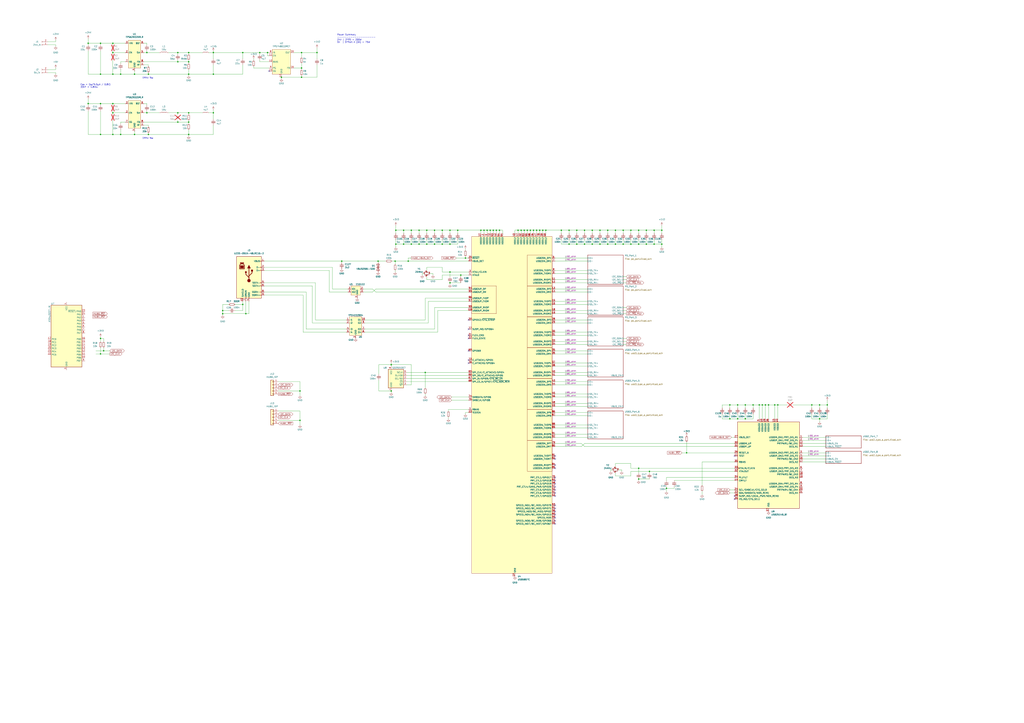
<source format=kicad_sch>
(kicad_sch (version 20230121) (generator eeschema)
  (paper "A1")
  (junction (at 486.41 200.66))
  (junction (at 443.23 189.23))
  (junction (at 473.71 200.66))
  (junction (at 175.26 60.96))
  (junction (at 499.11 189.23))
  (junction (at 146.05 50.8))
  (junction (at 505.46 200.66))
  (junction (at 524.51 384.81))
  (junction (at 356.87 200.66))
  (junction (at 363.22 189.23))
  (junction (at 280.67 214.63))
  (junction (at 154.94 60.96))
  (junction (at 337.82 200.66))
  (junction (at 324.485 214.63))
  (junction (at 666.75 332.74))
  (junction (at 82.55 278.13))
  (junction (at 530.86 189.23))
  (junction (at 492.76 189.23))
  (junction (at 325.12 189.23))
  (junction (at 499.11 200.66))
  (junction (at 480.06 200.66))
  (junction (at 331.47 189.23))
  (junction (at 445.77 189.23))
  (junction (at 605.79 344.17))
  (junction (at 612.14 344.17))
  (junction (at 563.88 372.11))
  (junction (at 473.71 189.23))
  (junction (at 530.86 200.66))
  (junction (at 321.31 321.31))
  (junction (at 533.4 387.35))
  (junction (at 335.28 214.63))
  (junction (at 375.92 189.23))
  (junction (at 247.65 43.18))
  (junction (at 518.16 189.23))
  (junction (at 467.36 189.23))
  (junction (at 247.65 63.5))
  (junction (at 72.39 35.56))
  (junction (at 92.71 110.49))
  (junction (at 120.65 92.71))
  (junction (at 350.52 200.66))
  (junction (at 511.81 200.66))
  (junction (at 72.39 85.09))
  (junction (at 92.71 92.71))
  (junction (at 382.27 212.09))
  (junction (at 219.71 43.18))
  (junction (at 154.94 110.49))
  (junction (at 344.17 189.23))
  (junction (at 405.13 189.23))
  (junction (at 82.55 35.56))
  (junction (at 331.47 200.66))
  (junction (at 543.56 189.23))
  (junction (at 425.45 189.23))
  (junction (at 182.88 255.27))
  (junction (at 260.35 43.18))
  (junction (at 599.44 332.74))
  (junction (at 524.51 189.23))
  (junction (at 623.57 332.74))
  (junction (at 182.88 257.81))
  (junction (at 199.39 250.19))
  (junction (at 247.65 55.88))
  (junction (at 350.52 189.23))
  (junction (at 121.92 110.49))
  (junction (at 154.94 100.33))
  (junction (at 492.76 200.66))
  (junction (at 524.51 200.66))
  (junction (at 448.31 189.23))
  (junction (at 524.51 393.7))
  (junction (at 363.22 200.66))
  (junction (at 356.87 189.23))
  (junction (at 638.81 332.74))
  (junction (at 543.56 200.66))
  (junction (at 480.06 189.23))
  (junction (at 461.01 189.23))
  (junction (at 378.46 226.06))
  (junction (at 394.97 189.23))
  (junction (at 369.57 223.52))
  (junction (at 146.05 92.71))
  (junction (at 430.53 189.23))
  (junction (at 201.93 257.81))
  (junction (at 547.37 401.32))
  (junction (at 369.57 200.66))
  (junction (at 82.55 60.96))
  (junction (at 199.39 43.18))
  (junction (at 400.05 189.23))
  (junction (at 321.31 299.72))
  (junction (at 673.1 332.74))
  (junction (at 435.61 189.23))
  (junction (at 369.57 189.23))
  (junction (at 344.17 200.66))
  (junction (at 99.06 60.96))
  (junction (at 599.44 344.17))
  (junction (at 438.15 189.23))
  (junction (at 612.14 332.74))
  (junction (at 511.81 189.23))
  (junction (at 407.67 189.23))
  (junction (at 631.19 332.74))
  (junction (at 679.45 332.74))
  (junction (at 146.05 43.18))
  (junction (at 85.09 288.29))
  (junction (at 618.49 332.74))
  (junction (at 246.38 345.44))
  (junction (at 505.46 189.23))
  (junction (at 121.92 60.96))
  (junction (at 486.41 189.23))
  (junction (at 310.515 214.63))
  (junction (at 402.59 189.23))
  (junction (at 110.49 60.96))
  (junction (at 605.79 332.74))
  (junction (at 120.65 43.18))
  (junction (at 337.82 189.23))
  (junction (at 154.94 50.8))
  (junction (at 433.07 189.23))
  (junction (at 92.71 85.09))
  (junction (at 467.36 200.66))
  (junction (at 325.12 200.66))
  (junction (at 636.27 332.74))
  (junction (at 349.25 306.07))
  (junction (at 246.38 321.31))
  (junction (at 537.21 200.66))
  (junction (at 397.51 189.23))
  (junction (at 92.71 35.56))
  (junction (at 82.55 290.83))
  (junction (at 154.94 92.71))
  (junction (at 427.99 189.23))
  (junction (at 628.65 332.74))
  (junction (at 146.05 100.33))
  (junction (at 175.26 92.71))
  (junction (at 110.49 110.49))
  (junction (at 369.57 232.41))
  (junction (at 518.16 200.66))
  (junction (at 82.55 85.09))
  (junction (at 92.71 60.96))
  (junction (at 154.94 43.18))
  (junction (at 175.26 43.18))
  (junction (at 673.1 344.17))
  (junction (at 82.55 110.49))
  (junction (at 440.69 189.23))
  (junction (at 231.14 63.5))
  (junction (at 213.36 43.18))
  (junction (at 626.11 332.74))
  (junction (at 99.06 110.49))
  (junction (at 410.21 189.23))
  (junction (at 92.71 43.18))
  (junction (at 537.21 189.23))
  (no_connect (at 384.81 278.13))
  (no_connect (at 455.93 374.65))
  (no_connect (at 455.93 394.97))
  (no_connect (at 384.81 262.89))
  (no_connect (at 455.93 407.67))
  (no_connect (at 455.93 415.29))
  (no_connect (at 220.98 58.42))
  (no_connect (at 455.93 420.37))
  (no_connect (at 455.93 430.53))
  (no_connect (at 455.93 400.05))
  (no_connect (at 384.81 298.45))
  (no_connect (at 603.25 374.65))
  (no_connect (at 384.81 270.51))
  (no_connect (at 455.93 392.43))
  (no_connect (at 455.93 377.19))
  (no_connect (at 384.81 275.59))
  (no_connect (at 384.81 295.91))
  (no_connect (at 455.93 417.83))
  (no_connect (at 455.93 427.99))
  (no_connect (at 455.93 397.51))
  (no_connect (at 455.93 425.45))
  (no_connect (at 455.93 402.59))
  (no_connect (at 455.93 422.91))
  (no_connect (at 603.25 410.21))
  (no_connect (at 455.93 384.81))
  (no_connect (at 455.93 382.27))
  (no_connect (at 384.81 288.29))
  (no_connect (at 603.25 407.67))
  (no_connect (at 455.93 405.13))
  (wire (pts (xy 99.06 57.15) (xy 99.06 60.96)))
  (wire (pts (xy 455.93 214.63) (xy 482.6 214.63)))
  (wire (pts (xy 299.72 273.05) (xy 359.41 273.05)))
  (wire (pts (xy 623.57 332.74) (xy 626.11 332.74)))
  (wire (pts (xy 370.84 328.93) (xy 384.81 328.93)))
  (wire (pts (xy 659.13 372.11) (xy 678.18 372.11)))
  (wire (pts (xy 508 386.08) (xy 510.54 386.08)))
  (wire (pts (xy 321.31 298.45) (xy 321.31 299.72)))
  (wire (pts (xy 219.71 45.72) (xy 219.71 43.18)))
  (wire (pts (xy 259.08 232.41) (xy 217.17 232.41)))
  (wire (pts (xy 350.52 189.23) (xy 356.87 189.23)))
  (wire (pts (xy 324.485 217.17) (xy 324.485 214.63)))
  (wire (pts (xy 659.13 364.49) (xy 678.18 364.49)))
  (wire (pts (xy 638.81 344.17) (xy 638.81 332.74)))
  (wire (pts (xy 350.52 189.23) (xy 350.52 191.77)))
  (wire (pts (xy 455.93 265.43) (xy 482.6 265.43)))
  (wire (pts (xy 402.59 189.23) (xy 402.59 191.77)))
  (wire (pts (xy 382.27 210.82) (xy 382.27 212.09)))
  (wire (pts (xy 524.51 200.66) (xy 524.51 196.85)))
  (wire (pts (xy 576.58 403.86) (xy 576.58 406.4)))
  (wire (pts (xy 110.49 110.49) (xy 110.49 107.95)))
  (wire (pts (xy 445.77 189.23) (xy 445.77 191.77)))
  (wire (pts (xy 369.57 200.66) (xy 369.57 196.85)))
  (wire (pts (xy 455.93 356.87) (xy 482.6 356.87)))
  (wire (pts (xy 92.71 43.18) (xy 92.71 44.45)))
  (wire (pts (xy 659.13 377.19) (xy 678.18 377.19)))
  (wire (pts (xy 618.49 344.17) (xy 612.14 344.17)))
  (wire (pts (xy 256.54 234.95) (xy 256.54 265.43)))
  (wire (pts (xy 99.06 52.07) (xy 99.06 50.8)))
  (wire (pts (xy 72.39 81.28) (xy 72.39 85.09)))
  (wire (pts (xy 331.47 189.23) (xy 337.82 189.23)))
  (wire (pts (xy 247.65 62.23) (xy 247.65 63.5)))
  (wire (pts (xy 325.12 200.66) (xy 325.12 203.2)))
  (wire (pts (xy 363.22 226.06) (xy 378.46 226.06)))
  (wire (pts (xy 514.35 255.27) (xy 511.81 255.27)))
  (wire (pts (xy 82.55 85.09) (xy 92.71 85.09)))
  (wire (pts (xy 553.72 394.97) (xy 603.25 394.97)))
  (wire (pts (xy 455.93 255.27) (xy 482.6 255.27)))
  (wire (pts (xy 182.88 250.19) (xy 182.88 255.27)))
  (wire (pts (xy 270.51 222.25) (xy 270.51 240.03)))
  (wire (pts (xy 82.55 285.75) (xy 82.55 290.83)))
  (wire (pts (xy 356.87 200.66) (xy 356.87 196.85)))
  (wire (pts (xy 241.3 43.18) (xy 247.65 43.18)))
  (wire (pts (xy 92.71 85.09) (xy 102.87 85.09)))
  (wire (pts (xy 356.87 189.23) (xy 363.22 189.23)))
  (wire (pts (xy 492.76 189.23) (xy 486.41 189.23)))
  (wire (pts (xy 246.38 313.69) (xy 246.38 321.31)))
  (wire (pts (xy 679.45 328.93) (xy 679.45 332.74)))
  (wire (pts (xy 82.55 278.13) (xy 82.55 280.67)))
  (wire (pts (xy 477.52 367.03) (xy 480.06 364.49)))
  (wire (pts (xy 72.39 86.36) (xy 72.39 85.09)))
  (wire (pts (xy 455.93 288.29) (xy 482.6 288.29)))
  (wire (pts (xy 359.41 255.27) (xy 384.81 255.27)))
  (wire (pts (xy 298.45 237.49) (xy 306.07 237.49)))
  (wire (pts (xy 349.25 306.07) (xy 384.81 306.07)))
  (wire (pts (xy 382.27 204.47) (xy 382.27 205.74)))
  (wire (pts (xy 39.37 59.69) (xy 45.72 59.69)))
  (wire (pts (xy 92.71 60.96) (xy 99.06 60.96)))
  (wire (pts (xy 199.39 247.65) (xy 199.39 250.19)))
  (wire (pts (xy 368.3 337.82) (xy 368.3 336.55)))
  (wire (pts (xy 651.51 332.74) (xy 666.75 332.74)))
  (wire (pts (xy 455.93 339.09) (xy 482.6 339.09)))
  (wire (pts (xy 259.08 262.89) (xy 284.48 262.89)))
  (wire (pts (xy 537.21 189.23) (xy 530.86 189.23)))
  (wire (pts (xy 618.49 332.74) (xy 612.14 332.74)))
  (wire (pts (xy 501.65 386.08) (xy 501.65 387.35)))
  (wire (pts (xy 363.22 200.66) (xy 363.22 196.85)))
  (wire (pts (xy 182.88 259.08) (xy 182.88 257.81)))
  (wire (pts (xy 599.44 332.74) (xy 599.44 335.28)))
  (wire (pts (xy 518.16 189.23) (xy 511.81 189.23)))
  (wire (pts (xy 335.28 212.09) (xy 335.28 214.63)))
  (wire (pts (xy 175.26 43.18) (xy 175.26 48.26)))
  (wire (pts (xy 410.21 189.23) (xy 412.75 189.23)))
  (wire (pts (xy 612.14 344.17) (xy 605.79 344.17)))
  (wire (pts (xy 39.37 34.29) (xy 45.72 34.29)))
  (wire (pts (xy 673.1 332.74) (xy 673.1 335.28)))
  (wire (pts (xy 228.6 345.44) (xy 246.38 345.44)))
  (wire (pts (xy 256.54 234.95) (xy 217.17 234.95)))
  (wire (pts (xy 311.15 321.31) (xy 311.15 312.42)))
  (wire (pts (xy 325.12 189.23) (xy 331.47 189.23)))
  (wire (pts (xy 182.88 255.27) (xy 187.96 255.27)))
  (wire (pts (xy 455.93 250.19) (xy 482.6 250.19)))
  (wire (pts (xy 99.06 50.8) (xy 102.87 50.8)))
  (wire (pts (xy 337.82 200.66) (xy 344.17 200.66)))
  (wire (pts (xy 510.54 386.08) (xy 510.54 387.35)))
  (wire (pts (xy 146.05 50.8) (xy 154.94 50.8)))
  (wire (pts (xy 480.06 367.03) (xy 603.25 367.03)))
  (wire (pts (xy 547.37 392.43) (xy 603.25 392.43)))
  (wire (pts (xy 445.77 189.23) (xy 448.31 189.23)))
  (wire (pts (xy 334.01 308.61) (xy 384.81 308.61)))
  (wire (pts (xy 110.49 60.96) (xy 110.49 58.42)))
  (wire (pts (xy 543.56 185.42) (xy 543.56 189.23)))
  (wire (pts (xy 351.79 265.43) (xy 351.79 247.65)))
  (wire (pts (xy 455.93 280.67) (xy 482.6 280.67)))
  (wire (pts (xy 440.69 189.23) (xy 440.69 191.77)))
  (wire (pts (xy 175.26 90.17) (xy 175.26 92.71)))
  (wire (pts (xy 120.65 92.71) (xy 130.81 92.71)))
  (wire (pts (xy 138.43 43.18) (xy 146.05 43.18)))
  (wire (pts (xy 612.14 332.74) (xy 605.79 332.74)))
  (wire (pts (xy 455.93 367.03) (xy 477.52 367.03)))
  (wire (pts (xy 280.67 214.63) (xy 280.67 215.9)))
  (wire (pts (xy 378.46 226.06) (xy 384.81 226.06)))
  (wire (pts (xy 78.74 290.83) (xy 82.55 290.83)))
  (wire (pts (xy 146.05 99.06) (xy 146.05 100.33)))
  (wire (pts (xy 455.93 232.41) (xy 482.6 232.41)))
  (wire (pts (xy 72.39 36.83) (xy 72.39 35.56)))
  (wire (pts (xy 273.05 219.71) (xy 217.17 219.71)))
  (wire (pts (xy 524.51 384.81) (xy 603.25 384.81)))
  (wire (pts (xy 193.04 250.19) (xy 199.39 250.19)))
  (wire (pts (xy 256.54 265.43) (xy 284.48 265.43)))
  (wire (pts (xy 118.11 43.18) (xy 120.65 43.18)))
  (wire (pts (xy 118.11 53.34) (xy 121.92 53.34)))
  (wire (pts (xy 375.92 200.66) (xy 375.92 196.85)))
  (wire (pts (xy 511.81 189.23) (xy 511.81 191.77)))
  (wire (pts (xy 251.46 240.03) (xy 217.17 240.03)))
  (wire (pts (xy 543.56 189.23) (xy 543.56 191.77)))
  (wire (pts (xy 248.92 242.57) (xy 248.92 273.05)))
  (wire (pts (xy 72.39 91.44) (xy 72.39 110.49)))
  (wire (pts (xy 325.12 200.66) (xy 325.12 196.85)))
  (wire (pts (xy 349.25 245.11) (xy 384.81 245.11)))
  (wire (pts (xy 310.515 214.63) (xy 316.865 214.63)))
  (wire (pts (xy 514.35 278.13) (xy 511.81 278.13)))
  (wire (pts (xy 154.94 43.18) (xy 154.94 44.45)))
  (wire (pts (xy 397.51 189.23) (xy 400.05 189.23)))
  (wire (pts (xy 325.12 200.66) (xy 331.47 200.66)))
  (wire (pts (xy 247.65 63.5) (xy 231.14 63.5)))
  (wire (pts (xy 537.21 200.66) (xy 530.86 200.66)))
  (wire (pts (xy 246.38 321.31) (xy 246.38 325.12)))
  (wire (pts (xy 514.35 252.73) (xy 511.81 252.73)))
  (wire (pts (xy 356.87 200.66) (xy 363.22 200.66)))
  (wire (pts (xy 600.71 359.41) (xy 603.25 359.41)))
  (wire (pts (xy 331.47 200.66) (xy 331.47 196.85)))
  (wire (pts (xy 321.31 299.72) (xy 321.31 300.99)))
  (wire (pts (xy 337.82 212.09) (xy 335.28 212.09)))
  (wire (pts (xy 363.22 229.87) (xy 363.22 226.06)))
  (wire (pts (xy 631.19 332.74) (xy 628.65 332.74)))
  (wire (pts (xy 480.06 200.66) (xy 480.06 196.85)))
  (wire (pts (xy 455.93 306.07) (xy 482.6 306.07)))
  (wire (pts (xy 435.61 189.23) (xy 438.15 189.23)))
  (wire (pts (xy 72.39 110.49) (xy 82.55 110.49)))
  (wire (pts (xy 605.79 332.74) (xy 605.79 335.28)))
  (wire (pts (xy 438.15 189.23) (xy 440.69 189.23)))
  (wire (pts (xy 473.71 200.66) (xy 467.36 200.66)))
  (wire (pts (xy 344.17 200.66) (xy 344.17 196.85)))
  (wire (pts (xy 99.06 110.49) (xy 110.49 110.49)))
  (wire (pts (xy 659.13 359.41) (xy 678.18 359.41)))
  (wire (pts (xy 518.16 200.66) (xy 518.16 196.85)))
  (wire (pts (xy 455.93 308.61) (xy 482.6 308.61)))
  (wire (pts (xy 337.82 189.23) (xy 344.17 189.23)))
  (wire (pts (xy 369.57 189.23) (xy 375.92 189.23)))
  (wire (pts (xy 82.55 60.96) (xy 92.71 60.96)))
  (wire (pts (xy 659.13 374.65) (xy 678.18 374.65)))
  (wire (pts (xy 530.86 189.23) (xy 530.86 191.77)))
  (wire (pts (xy 334.01 306.07) (xy 349.25 306.07)))
  (wire (pts (xy 440.69 189.23) (xy 443.23 189.23)))
  (wire (pts (xy 121.92 53.34) (xy 121.92 54.61)))
  (wire (pts (xy 405.13 189.23) (xy 407.67 189.23)))
  (wire (pts (xy 241.3 55.88) (xy 247.65 55.88)))
  (wire (pts (xy 45.72 57.15) (xy 45.72 55.88)))
  (wire (pts (xy 524.51 393.7) (xy 533.4 393.7)))
  (wire (pts (xy 455.93 331.47) (xy 482.6 331.47)))
  (wire (pts (xy 110.49 60.96) (xy 121.92 60.96)))
  (wire (pts (xy 182.88 250.19) (xy 187.96 250.19)))
  (wire (pts (xy 154.94 100.33) (xy 154.94 101.6)))
  (wire (pts (xy 92.71 99.06) (xy 92.71 110.49)))
  (wire (pts (xy 118.11 102.87) (xy 121.92 102.87)))
  (wire (pts (xy 407.67 189.23) (xy 407.67 191.77)))
  (wire (pts (xy 530.86 200.66) (xy 524.51 200.66)))
  (wire (pts (xy 175.26 41.91) (xy 175.26 43.18)))
  (wire (pts (xy 480.06 189.23) (xy 480.06 191.77)))
  (wire (pts (xy 455.93 273.05) (xy 482.6 273.05)))
  (wire (pts (xy 121.92 59.69) (xy 121.92 60.96)))
  (wire (pts (xy 425.45 191.77) (xy 425.45 189.23)))
  (wire (pts (xy 673.1 332.74) (xy 666.75 332.74)))
  (wire (pts (xy 82.55 41.91) (xy 82.55 60.96)))
  (wire (pts (xy 511.81 200.66) (xy 511.81 196.85)))
  (wire (pts (xy 511.81 200.66) (xy 505.46 200.66)))
  (wire (pts (xy 110.49 110.49) (xy 121.92 110.49)))
  (wire (pts (xy 524.51 189.23) (xy 524.51 191.77)))
  (wire (pts (xy 247.65 46.99) (xy 247.65 43.18)))
  (wire (pts (xy 246.38 345.44) (xy 246.38 349.25)))
  (wire (pts (xy 407.67 189.23) (xy 410.21 189.23)))
  (wire (pts (xy 547.37 394.97) (xy 547.37 392.43)))
  (wire (pts (xy 455.93 212.09) (xy 482.6 212.09)))
  (wire (pts (xy 82.55 290.83) (xy 90.17 290.83)))
  (wire (pts (xy 599.44 344.17) (xy 593.09 344.17)))
  (wire (pts (xy 146.05 92.71) (xy 154.94 92.71)))
  (wire (pts (xy 321.31 322.58) (xy 321.31 321.31)))
  (wire (pts (xy 154.94 92.71) (xy 154.94 93.98)))
  (wire (pts (xy 659.13 361.95) (xy 678.18 361.95)))
  (wire (pts (xy 659.13 379.73) (xy 678.18 379.73)))
  (wire (pts (xy 518.16 189.23) (xy 518.16 191.77)))
  (wire (pts (xy 623.57 332.74) (xy 623.57 344.17)))
  (wire (pts (xy 92.71 110.49) (xy 99.06 110.49)))
  (wire (pts (xy 576.58 379.73) (xy 576.58 398.78)))
  (wire (pts (xy 605.79 332.74) (xy 599.44 332.74)))
  (wire (pts (xy 524.51 189.23) (xy 518.16 189.23)))
  (wire (pts (xy 612.14 344.17) (xy 612.14 340.36)))
  (wire (pts (xy 350.52 200.66) (xy 350.52 196.85)))
  (wire (pts (xy 547.37 401.32) (xy 553.72 401.32)))
  (wire (pts (xy 175.26 60.96) (xy 154.94 60.96)))
  (wire (pts (xy 146.05 49.53) (xy 146.05 50.8)))
  (wire (pts (xy 92.71 92.71) (xy 102.87 92.71)))
  (wire (pts (xy 455.93 237.49) (xy 482.6 237.49)))
  (wire (pts (xy 166.37 92.71) (xy 154.94 92.71)))
  (wire (pts (xy 530.86 189.23) (xy 524.51 189.23)))
  (wire (pts (xy 514.35 227.33) (xy 511.81 227.33)))
  (wire (pts (xy 349.25 306.07) (xy 349.25 318.77)))
  (wire (pts (xy 605.79 344.17) (xy 599.44 344.17)))
  (wire (pts (xy 369.57 223.52) (xy 369.57 227.33)))
  (wire (pts (xy 350.52 200.66) (xy 356.87 200.66)))
  (wire (pts (xy 99.06 60.96) (xy 110.49 60.96)))
  (wire (pts (xy 213.36 43.18) (xy 213.36 44.45)))
  (wire (pts (xy 455.93 257.81) (xy 482.6 257.81)))
  (wire (pts (xy 543.56 200.66) (xy 537.21 200.66)))
  (wire (pts (xy 72.39 41.91) (xy 72.39 60.96)))
  (wire (pts (xy 455.93 364.49) (xy 477.52 364.49)))
  (wire (pts (xy 308.61 240.03) (xy 384.81 240.03)))
  (wire (pts (xy 455.93 300.99) (xy 482.6 300.99)))
  (wire (pts (xy 505.46 388.62) (xy 505.46 391.16)))
  (wire (pts (xy 337.82 200.66) (xy 337.82 196.85)))
  (wire (pts (xy 334.01 311.15) (xy 384.81 311.15)))
  (wire (pts (xy 346.71 224.79) (xy 346.71 226.06)))
  (wire (pts (xy 325.12 185.42) (xy 325.12 189.23)))
  (wire (pts (xy 382.27 212.09) (xy 384.81 212.09)))
  (wire (pts (xy 455.93 316.23) (xy 482.6 316.23)))
  (wire (pts (xy 350.52 222.25) (xy 350.52 219.71)))
  (wire (pts (xy 247.65 43.18) (xy 260.35 43.18)))
  (wire (pts (xy 285.75 237.49) (xy 273.05 237.49)))
  (wire (pts (xy 533.4 387.35) (xy 533.4 388.62)))
  (wire (pts (xy 518.16 200.66) (xy 511.81 200.66)))
  (wire (pts (xy 182.88 257.81) (xy 182.88 255.27)))
  (wire (pts (xy 605.79 344.17) (xy 605.79 340.36)))
  (wire (pts (xy 382.27 340.36) (xy 382.27 339.09)))
  (wire (pts (xy 679.45 335.28) (xy 679.45 332.74)))
  (wire (pts (xy 146.05 100.33) (xy 154.94 100.33)))
  (wire (pts (xy 138.43 92.71) (xy 146.05 92.71)))
  (wire (pts (xy 473.71 200.66) (xy 473.71 196.85)))
  (wire (pts (xy 400.05 189.23) (xy 400.05 191.77)))
  (wire (pts (xy 524.51 384.81) (xy 524.51 388.62)))
  (wire (pts (xy 246.38 337.82) (xy 246.38 345.44)))
  (wire (pts (xy 382.27 339.09) (xy 384.81 339.09)))
  (wire (pts (xy 72.39 31.75) (xy 72.39 35.56)))
  (wire (pts (xy 673.1 344.17) (xy 673.1 346.71)))
  (wire (pts (xy 331.47 189.23) (xy 331.47 191.77)))
  (wire (pts (xy 217.17 214.63) (xy 280.67 214.63)))
  (wire (pts (xy 349.25 323.85) (xy 349.25 325.12)))
  (wire (pts (xy 455.93 326.39) (xy 482.6 326.39)))
  (wire (pts (xy 537.21 189.23) (xy 537.21 191.77)))
  (wire (pts (xy 219.71 43.18) (xy 220.98 43.18)))
  (wire (pts (xy 455.93 283.21) (xy 482.6 283.21)))
  (wire (pts (xy 92.71 92.71) (xy 92.71 93.98)))
  (wire (pts (xy 350.52 229.87) (xy 363.22 229.87)))
  (wire (pts (xy 208.28 48.26) (xy 208.28 49.53)))
  (wire (pts (xy 299.72 270.51) (xy 356.87 270.51)))
  (wire (pts (xy 350.52 219.71) (xy 363.22 219.71)))
  (wire (pts (xy 118.11 100.33) (xy 146.05 100.33)))
  (wire (pts (xy 369.57 200.66) (xy 375.92 200.66)))
  (wire (pts (xy 199.39 48.26) (xy 199.39 43.18)))
  (wire (pts (xy 166.37 43.18) (xy 154.94 43.18)))
  (wire (pts (xy 514.35 280.67) (xy 511.81 280.67)))
  (wire (pts (xy 511.81 283.21) (xy 514.35 283.21)))
  (wire (pts (xy 92.71 35.56) (xy 92.71 36.83)))
  (wire (pts (xy 182.88 257.81) (xy 201.93 257.81)))
  (wire (pts (xy 599.44 405.13) (xy 603.25 405.13)))
  (wire (pts (xy 121.92 110.49) (xy 154.94 110.49)))
  (wire (pts (xy 72.39 60.96) (xy 82.55 60.96)))
  (wire (pts (xy 443.23 189.23) (xy 445.77 189.23)))
  (wire (pts (xy 231.14 64.77) (xy 231.14 63.5)))
  (wire (pts (xy 480.06 200.66) (xy 473.71 200.66)))
  (wire (pts (xy 455.93 290.83) (xy 482.6 290.83)))
  (wire (pts (xy 638.81 332.74) (xy 646.43 332.74)))
  (wire (pts (xy 299.72 262.89) (xy 349.25 262.89)))
  (wire (pts (xy 175.26 43.18) (xy 171.45 43.18)))
  (wire (pts (xy 612.14 332.74) (xy 612.14 335.28)))
  (wire (pts (xy 260.35 39.37) (xy 260.35 43.18)))
  (wire (pts (xy 443.23 189.23) (xy 443.23 191.77)))
  (wire (pts (xy 146.05 92.71) (xy 146.05 93.98)))
  (wire (pts (xy 82.55 276.86) (xy 82.55 278.13)))
  (wire (pts (xy 455.93 349.25) (xy 482.6 349.25)))
  (wire (pts (xy 248.92 242.57) (xy 217.17 242.57)))
  (wire (pts (xy 511.81 189.23) (xy 505.46 189.23)))
  (wire (pts (xy 199.39 53.34) (xy 199.39 60.96)))
  (wire (pts (xy 455.93 224.79) (xy 482.6 224.79)))
  (wire (pts (xy 455.93 275.59) (xy 482.6 275.59)))
  (wire (pts (xy 505.46 200.66) (xy 505.46 196.85)))
  (wire (pts (xy 502.92 386.08) (xy 501.65 386.08)))
  (wire (pts (xy 666.75 344.17) (xy 666.75 340.36)))
  (wire (pts (xy 337.82 316.23) (xy 337.82 299.72)))
  (wire (pts (xy 82.55 85.09) (xy 82.55 86.36)))
  (wire (pts (xy 486.41 189.23) (xy 486.41 191.77)))
  (wire (pts (xy 154.94 50.8) (xy 154.94 52.07)))
  (wire (pts (xy 82.55 35.56) (xy 92.71 35.56)))
  (wire (pts (xy 480.06 364.49) (xy 603.25 364.49)))
  (wire (pts (xy 524.51 200.66) (xy 518.16 200.66)))
  (wire (pts (xy 673.1 344.17) (xy 673.1 340.36)))
  (wire (pts (xy 251.46 240.03) (xy 251.46 270.51)))
  (wire (pts (xy 505.46 200.66) (xy 499.11 200.66)))
  (wire (pts (xy 228.6 321.31) (xy 246.38 321.31)))
  (wire (pts (xy 306.07 240.03) (xy 308.61 237.49)))
  (wire (pts (xy 433.07 189.23) (xy 433.07 191.77)))
  (wire (pts (xy 626.11 344.17) (xy 626.11 332.74)))
  (wire (pts (xy 199.39 43.18) (xy 213.36 43.18)))
  (wire (pts (xy 405.13 189.23) (xy 405.13 191.77)))
  (wire (pts (xy 175.26 110.49) (xy 154.94 110.49)))
  (wire (pts (xy 455.93 334.01) (xy 482.6 334.01)))
  (wire (pts (xy 355.6 224.79) (xy 355.6 226.06)))
  (wire (pts (xy 120.65 43.18) (xy 120.65 41.91)))
  (wire (pts (xy 45.72 34.29) (xy 45.72 33.02)))
  (wire (pts (xy 455.93 359.41) (xy 482.6 359.41)))
  (wire (pts (xy 260.35 53.34) (xy 260.35 63.5)))
  (wire (pts (xy 220.98 55.88) (xy 208.28 55.88)))
  (wire (pts (xy 369.57 232.41) (xy 378.46 232.41)))
  (wire (pts (xy 666.75 332.74) (xy 666.75 335.28)))
  (wire (pts (xy 334.01 316.23) (xy 337.82 316.23)))
  (wire (pts (xy 201.93 257.81) (xy 204.47 257.81)))
  (wire (pts (xy 455.93 229.87) (xy 482.6 229.87)))
  (wire (pts (xy 618.49 332.74) (xy 623.57 332.74)))
  (wire (pts (xy 473.71 189.23) (xy 467.36 189.23)))
  (wire (pts (xy 324.485 223.52) (xy 324.485 222.25)))
  (wire (pts (xy 259.08 232.41) (xy 259.08 262.89)))
  (wire (pts (xy 412.75 189.23) (xy 412.75 191.77)))
  (wire (pts (xy 480.06 189.23) (xy 473.71 189.23)))
  (wire (pts (xy 537.21 200.66) (xy 537.21 196.85)))
  (wire (pts (xy 359.41 273.05) (xy 359.41 255.27)))
  (wire (pts (xy 356.87 189.23) (xy 356.87 191.77)))
  (wire (pts (xy 618.49 332.74) (xy 618.49 335.28)))
  (wire (pts (xy 511.81 232.41) (xy 514.35 232.41)))
  (wire (pts (xy 175.26 53.34) (xy 175.26 60.96)))
  (wire (pts (xy 628.65 344.17) (xy 628.65 332.74)))
  (wire (pts (xy 270.51 240.03) (xy 285.75 240.03)))
  (wire (pts (xy 311.15 307.34) (xy 311.15 299.72)))
  (wire (pts (xy 467.36 200.66) (xy 467.36 196.85)))
  (wire (pts (xy 518.16 381) (xy 518.16 384.81)))
  (wire (pts (xy 448.31 189.23) (xy 461.01 189.23)))
  (wire (pts (xy 85.09 288.29) (xy 85.09 285.75)))
  (wire (pts (xy 311.15 299.72) (xy 321.31 299.72)))
  (wire (pts (xy 193.04 255.27) (xy 199.39 255.27)))
  (wire (pts (xy 368.3 342.9) (xy 368.3 344.17)))
  (wire (pts (xy 331.47 200.66) (xy 337.82 200.66)))
  (wire (pts (xy 120.65 43.18) (xy 130.81 43.18)))
  (wire (pts (xy 154.94 62.23) (xy 154.94 60.96)))
  (wire (pts (xy 118.11 92.71) (xy 120.65 92.71)))
  (wire (pts (xy 560.07 372.11) (xy 563.88 372.11)))
  (wire (pts (xy 599.44 332.74) (xy 593.09 332.74)))
  (wire (pts (xy 518.16 384.81) (xy 524.51 384.81)))
  (wire (pts (xy 82.55 110.49) (xy 92.71 110.49)))
  (wire (pts (xy 473.71 189.23) (xy 473.71 191.77)))
  (wire (pts (xy 154.94 111.76) (xy 154.94 110.49)))
  (wire (pts (xy 175.26 102.87) (xy 175.26 110.49)))
  (wire (pts (xy 618.49 344.17) (xy 618.49 340.36)))
  (wire (pts (xy 543.56 200.66) (xy 543.56 203.2)))
  (wire (pts (xy 505.46 383.54) (xy 505.46 381)))
  (wire (pts (xy 427.99 189.23) (xy 430.53 189.23)))
  (wire (pts (xy 374.65 212.09) (xy 382.27 212.09)))
  (wire (pts (xy 246.38 337.82) (xy 228.6 337.82)))
  (wire (pts (xy 99.06 100.33) (xy 102.87 100.33)))
  (wire (pts (xy 121.92 60.96) (xy 154.94 60.96)))
  (wire (pts (xy 344.17 200.66) (xy 350.52 200.66)))
  (wire (pts (xy 438.15 189.23) (xy 438.15 191.77)))
  (wire (pts (xy 455.93 298.45) (xy 482.6 298.45)))
  (wire (pts (xy 448.31 189.23) (xy 448.31 191.77)))
  (wire (pts (xy 344.17 189.23) (xy 344.17 191.77)))
  (wire (pts (xy 213.36 43.18) (xy 219.71 43.18)))
  (wire (pts (xy 85.09 278.13) (xy 85.09 280.67)))
  (wire (pts (xy 154.94 110.49) (xy 154.94 106.68)))
  (wire (pts (xy 394.97 191.77) (xy 394.97 189.23)))
  (wire (pts (xy 92.71 35.56) (xy 102.87 35.56)))
  (wire (pts (xy 325.12 189.23) (xy 325.12 191.77)))
  (wire (pts (xy 433.07 189.23) (xy 435.61 189.23)))
  (wire (pts (xy 375.92 189.23) (xy 394.97 189.23)))
  (wire (pts (xy 461.01 189.23) (xy 461.01 191.77)))
  (wire (pts (xy 92.71 49.53) (xy 92.71 60.96)))
  (wire (pts (xy 99.06 101.6) (xy 99.06 100.33)))
  (wire (pts (xy 335.28 214.63) (xy 384.81 214.63)))
  (wire (pts (xy 251.46 270.51) (xy 284.48 270.51)))
  (wire (pts (xy 397.51 189.23) (xy 394.97 189.23)))
  (wire (pts (xy 154.94 60.96) (xy 154.94 57.15)))
  (wire (pts (xy 204.47 247.65) (xy 204.47 257.81)))
  (wire (pts (xy 593.09 344.17) (xy 593.09 340.36)))
  (wire (pts (xy 628.65 332.74) (xy 626.11 332.74)))
  (wire (pts (xy 369.57 189.23) (xy 369.57 191.77)))
  (wire (pts (xy 375.92 189.23) (xy 375.92 191.77)))
  (wire (pts (xy 378.46 226.06) (xy 378.46 227.33)))
  (wire (pts (xy 363.22 219.71) (xy 363.22 223.52)))
  (wire (pts (xy 631.19 332.74) (xy 636.27 332.74)))
  (wire (pts (xy 599.44 344.17) (xy 599.44 340.36)))
  (wire (pts (xy 370.84 326.39) (xy 384.81 326.39)))
  (wire (pts (xy 175.26 92.71) (xy 175.26 97.79)))
  (wire (pts (xy 553.72 401.32) (xy 553.72 400.05)))
  (wire (pts (xy 217.17 222.25) (xy 270.51 222.25)))
  (wire (pts (xy 321.945 214.63) (xy 324.485 214.63)))
  (wire (pts (xy 679.45 344.17) (xy 673.1 344.17)))
  (wire (pts (xy 280.67 214.63) (xy 310.515 214.63)))
  (wire (pts (xy 430.53 189.23) (xy 433.07 189.23)))
  (wire (pts (xy 659.13 367.03) (xy 678.18 367.03)))
  (wire (pts (xy 499.11 200.66) (xy 492.76 200.66)))
  (wire (pts (xy 679.45 340.36) (xy 679.45 344.17)))
  (wire (pts (xy 455.93 323.85) (xy 482.6 323.85)))
  (wire (pts (xy 427.99 189.23) (xy 427.99 191.77)))
  (wire (pts (xy 175.26 92.71) (xy 171.45 92.71)))
  (wire (pts (xy 368.3 336.55) (xy 384.81 336.55)))
  (wire (pts (xy 120.65 85.09) (xy 118.11 85.09)))
  (wire (pts (xy 213.36 49.53) (xy 213.36 50.8)))
  (wire (pts (xy 455.93 240.03) (xy 482.6 240.03)))
  (wire (pts (xy 455.93 313.69) (xy 482.6 313.69)))
  (wire (pts (xy 455.93 262.89) (xy 482.6 262.89)))
  (wire (pts (xy 120.65 35.56) (xy 118.11 35.56)))
  (wire (pts (xy 461.01 200.66) (xy 461.01 196.85)))
  (wire (pts (xy 518.16 387.35) (xy 533.4 387.35)))
  (wire (pts (xy 547.37 400.05) (xy 547.37 401.32)))
  (wire (pts (xy 514.35 229.87) (xy 511.81 229.87)))
  (wire (pts (xy 369.57 233.68) (xy 369.57 232.41)))
  (wire (pts (xy 363.22 223.52) (xy 369.57 223.52)))
  (wire (pts (xy 505.46 381) (xy 518.16 381)))
  (wire (pts (xy 199.39 250.19) (xy 199.39 255.27)))
  (wire (pts (xy 356.87 270.51) (xy 356.87 252.73)))
  (wire (pts (xy 39.37 57.15) (xy 45.72 57.15)))
  (wire (pts (xy 363.22 189.23) (xy 369.57 189.23)))
  (wire (pts (xy 344.17 189.23) (xy 350.52 189.23)))
  (wire (pts (xy 477.52 364.49) (xy 480.06 367.03)))
  (wire (pts (xy 310.515 214.63) (xy 310.515 215.9)))
  (wire (pts (xy 39.37 36.83) (xy 45.72 36.83)))
  (wire (pts (xy 533.4 387.35) (xy 603.25 387.35)))
  (wire (pts (xy 455.93 341.63) (xy 482.6 341.63)))
  (wire (pts (xy 321.31 321.31) (xy 311.15 321.31)))
  (wire (pts (xy 45.72 36.83) (xy 45.72 38.1)))
  (wire (pts (xy 260.35 63.5) (xy 247.65 63.5)))
  (wire (pts (xy 492.76 200.66) (xy 492.76 196.85)))
  (wire (pts (xy 347.98 224.79) (xy 346.71 224.79)))
  (wire (pts (xy 247.65 52.07) (xy 247.65 55.88)))
  (wire (pts (xy 505.46 189.23) (xy 505.46 191.77)))
  (wire (pts (xy 247.65 55.88) (xy 247.65 57.15)))
  (wire (pts (xy 543.56 189.23) (xy 537.21 189.23)))
  (wire (pts (xy 154.94 50.8) (xy 154.94 49.53)))
  (wire (pts (xy 92.71 41.91) (xy 92.71 43.18)))
  (wire (pts (xy 92.71 43.18) (xy 102.87 43.18)))
  (wire (pts (xy 306.07 237.49) (xy 308.61 240.03)))
  (wire (pts (xy 351.79 247.65) (xy 384.81 247.65)))
  (wire (pts (xy 92.71 91.44) (xy 92.71 92.71)))
  (wire (pts (xy 402.59 189.23) (xy 405.13 189.23)))
  (wire (pts (xy 337.82 189.23) (xy 337.82 191.77)))
  (wire (pts (xy 530.86 200.66) (xy 530.86 196.85)))
  (wire (pts (xy 369.57 223.52) (xy 384.81 223.52)))
  (wire (pts (xy 118.11 50.8) (xy 146.05 50.8)))
  (wire (pts (xy 120.65 36.83) (xy 120.65 35.56)))
  (wire (pts (xy 201.93 247.65) (xy 201.93 257.81)))
  (wire (pts (xy 397.51 191.77) (xy 397.51 189.23)))
  (wire (pts (xy 400.05 189.23) (xy 402.59 189.23)))
  (wire (pts (xy 543.56 200.66) (xy 543.56 196.85)))
  (wire (pts (xy 563.88 372.11) (xy 603.25 372.11)))
  (wire (pts (xy 120.65 92.71) (xy 120.65 91.44)))
  (wire (pts (xy 199.39 60.96) (xy 175.26 60.96)))
  (wire (pts (xy 82.55 35.56) (xy 82.55 36.83)))
  (wire (pts (xy 499.11 200.66) (xy 499.11 196.85)))
  (wire (pts (xy 260.35 48.26) (xy 260.35 43.18)))
  (wire (pts (xy 154.94 100.33) (xy 154.94 99.06)))
  (wire (pts (xy 213.36 50.8) (xy 220.98 50.8)))
  (wire (pts (xy 679.45 332.74) (xy 673.1 332.74)))
  (wire (pts (xy 638.81 332.74) (xy 636.27 332.74)))
  (wire (pts (xy 120.65 86.36) (xy 120.65 85.09)))
  (wire (pts (xy 45.72 59.69) (xy 45.72 60.96)))
  (wire (pts (xy 599.44 402.59) (xy 603.25 402.59)))
  (wire (pts (xy 486.41 189.23) (xy 480.06 189.23)))
  (wire (pts (xy 90.17 288.29) (xy 85.09 288.29)))
  (wire (pts (xy 430.53 189.23) (xy 430.53 191.77)))
  (wire (pts (xy 356.87 252.73) (xy 384.81 252.73)))
  (wire (pts (xy 563.88 363.22) (xy 563.88 372.11)))
  (wire (pts (xy 467.36 200.66) (xy 461.01 200.66)))
  (wire (pts (xy 246.38 313.69) (xy 228.6 313.69)))
  (wire (pts (xy 492.76 200.66) (xy 486.41 200.66)))
  (wire (pts (xy 363.22 200.66) (xy 369.57 200.66)))
  (wire (pts (xy 673.1 344.17) (xy 666.75 344.17)))
  (wire (pts (xy 467.36 189.23) (xy 467.36 191.77)))
  (wire (pts (xy 82.55 91.44) (xy 82.55 110.49)))
  (wire (pts (xy 299.72 265.43) (xy 351.79 265.43)))
  (wire (pts (xy 499.11 189.23) (xy 492.76 189.23)))
  (wire (pts (xy 273.05 219.71) (xy 273.05 237.49)))
  (wire (pts (xy 455.93 247.65) (xy 482.6 247.65)))
  (wire (pts (xy 350.52 227.33) (xy 350.52 229.87)))
  (wire (pts (xy 547.37 401.32) (xy 547.37 403.86)))
  (wire (pts (xy 524.51 394.97) (xy 524.51 393.7)))
  (wire (pts (xy 435.61 189.23) (xy 435.61 191.77)))
  (wire (pts (xy 248.92 273.05) (xy 284.48 273.05)))
  (wire (pts (xy 220.98 45.72) (xy 219.71 45.72)))
  (wire (pts (xy 486.41 200.66) (xy 480.06 200.66)))
  (wire (pts (xy 425.45 189.23) (xy 422.91 189.23)))
  (wire (pts (xy 208.28 55.88) (xy 208.28 54.61)))
  (wire (pts (xy 72.39 35.56) (xy 82.55 35.56)))
  (wire (pts (xy 499.11 189.23) (xy 499.11 191.77)))
  (wire (pts (xy 349.25 262.89) (xy 349.25 245.11)))
  (wire (pts (xy 455.93 222.25) (xy 482.6 222.25)))
  (wire (pts (xy 486.41 200.66) (xy 486.41 196.85)))
  (wire (pts (xy 92.71 85.09) (xy 92.71 86.36)))
  (wire (pts (xy 505.46 391.16) (xy 518.16 391.16)))
  (wire (pts (xy 78.74 288.29) (xy 85.09 288.29)))
  (wire (pts (xy 146.05 43.18) (xy 154.94 43.18)))
  (wire (pts (xy 308.61 237.49) (xy 384.81 237.49)))
  (wire (pts (xy 121.92 109.22) (xy 121.92 110.49)))
  (wire (pts (xy 518.16 391.16) (xy 518.16 387.35)))
  (wire (pts (xy 631.19 344.17) (xy 631.19 332.74)))
  (wire (pts (xy 410.21 189.23) (xy 410.21 191.77)))
  (wire (pts (xy 146.05 43.18) (xy 146.05 44.45)))
  (wire (pts (xy 321.31 299.72) (xy 337.82 299.72)))
  (wire (pts (xy 455.93 351.79) (xy 482.6 351.79)))
  (wire (pts (xy 505.46 189.23) (xy 499.11 189.23)))
  (wire (pts (xy 121.92 102.87) (xy 121.92 104.14)))
  (wire (pts (xy 334.01 313.69) (xy 384.81 313.69)))
  (wire (pts (xy 576.58 379.73) (xy 603.25 379.73)))
  (wire (pts (xy 99.06 106.68) (xy 99.06 110.49)))
  (wire (pts (xy 298.45 240.03) (xy 306.07 240.03)))
  (wire (pts (xy 324.485 214.63) (xy 335.28 214.63)))
  (wire (pts (xy 353.06 224.79) (xy 355.6 224.79)))
  (wire (pts (xy 422.91 191.77) (xy 422.91 189.23)))
  (wire (pts (xy 492.76 189.23) (xy 492.76 191.77)))
  (wire (pts (xy 425.45 189.23) (xy 427.99 189.23)))
  (wire (pts (xy 511.81 257.81) (xy 514.35 257.81)))
  (wire (pts (xy 82.55 278.13) (xy 85.09 278.13)))
  (wire (pts (xy 72.39 85.09) (xy 82.55 85.09)))
  (wire (pts (xy 636.27 344.17) (xy 636.27 332.74)))
  (wire (pts (xy 461.01 189.23) (xy 467.36 189.23)))
  (wire (pts (xy 363.22 189.23) (xy 363.22 191.77)))
  (wire (pts (xy 593.09 332.74) (xy 593.09 335.28)))
  (wire (pts (xy 199.39 43.18) (xy 175.26 43.18)))
  (text "1MHz f_{SW}\n" (at 116.84 64.77 0) (effects (font (size 1.27 1.27)) (justify left bottom)))
  (text "C_{SS} = (t_{ss}*5.5µA / 0.8V)\n33nF = 4.8ms" (at 66.04 72.39 0) (effects (font (size 1.27 1.27)) (justify left bottom)))
  (text "Power Summary\n--------------------\n24V | 2*PD = 200W\n5V  | 5*Port A (3A) = 75W" (at 276.86 35.56 0) (effects (font (size 1.27 1.27)) (justify left bottom)))
  (text "1MHz f_{SW}\n" (at 116.84 114.3 0) (effects (font (size 1.27 1.27)) (justify left bottom)))
  (global_label "HUB1_~{RST}" (shape input) (at 228.6 347.98 0) (property "Intersheetrefs" "${INTERSHEET_REFS}" (effects hide)))
  (global_label "HUB1_~{RST}" (shape input) (at 560.07 372.11 180) (property "Intersheetrefs" "${INTERSHEET_REFS}" (effects hide)))
  (global_label "I2C_DATA" (shape bidirectional) (at 514.35 278.13 0) (property "Intersheetrefs" "${INTERSHEET_REFS}" (effects hide)))
  (global_label "I2C_CLK" (shape input) (at 599.44 402.59 180) (property "Intersheetrefs" "${INTERSHEET_REFS}" (effects hide)))
  (global_label "I2C_DATA" (shape bidirectional) (at 514.35 252.73 0) (property "Intersheetrefs" "${INTERSHEET_REFS}" (effects hide)))
  (global_label "HUB0_~{RST}" (shape output) (at 76.2 257.81 0) (property "Intersheetrefs" "${INTERSHEET_REFS}" (effects hide)))
  (global_label "I2C_~{IRQ}_PD1" (shape output) (at 514.35 232.41 0) (property "Intersheetrefs" "${INTERSHEET_REFS}" (effects hide)))
  (global_label "I2C_DATA" (shape bidirectional) (at 599.44 405.13 180) (property "Intersheetrefs" "${INTERSHEET_REFS}" (effects hide)))
  (global_label "HUB0_~{RST}" (shape output) (at 228.6 323.85 0) (property "Intersheetrefs" "${INTERSHEET_REFS}" (effects hide)))
  (global_label "I2C_CLK" (shape output) (at 228.6 318.77 0) (property "Intersheetrefs" "${INTERSHEET_REFS}" (effects hide)))
  (global_label "I2C_~{IRQ}_PD2" (shape output) (at 514.35 283.21 0) (property "Intersheetrefs" "${INTERSHEET_REFS}" (effects hide)))
  (global_label "I2C_DATA" (shape bidirectional) (at 514.35 227.33 0) (property "Intersheetrefs" "${INTERSHEET_REFS}" (effects hide)))
  (global_label "I2C_CLK" (shape output) (at 228.6 342.9 0) (property "Intersheetrefs" "${INTERSHEET_REFS}" (effects hide)))
  (global_label "HUB0_~{RST}" (shape input) (at 374.65 212.09 180) (property "Intersheetrefs" "${INTERSHEET_REFS}" (effects hide)))
  (global_label "I2C_CLK" (shape input) (at 370.84 328.93 180) (property "Intersheetrefs" "${INTERSHEET_REFS}" (effects hide)))
  (global_label "I2C_DATA" (shape bidirectional) (at 228.6 316.23 0) (property "Intersheetrefs" "${INTERSHEET_REFS}" (effects hide)))
  (global_label "I2C_CLK" (shape input) (at 514.35 280.67 0) (property "Intersheetrefs" "${INTERSHEET_REFS}" (effects hide)))
  (global_label "HUB1_VBUS_DET" (shape output) (at 337.82 212.09 0) (property "Intersheetrefs" "${INTERSHEET_REFS}" (effects hide)))
  (global_label "I2C_CLK" (shape input) (at 514.35 255.27 0) (property "Intersheetrefs" "${INTERSHEET_REFS}" (effects hide)))
  (global_label "I2C_CLK" (shape output) (at 90.17 290.83 0) (property "Intersheetrefs" "${INTERSHEET_REFS}" (effects hide)))
  (global_label "I2C_DATA" (shape bidirectional) (at 90.17 288.29 0) (property "Intersheetrefs" "${INTERSHEET_REFS}" (effects hide)))
  (global_label "I2C_DATA" (shape bidirectional) (at 370.84 326.39 180) (property "Intersheetrefs" "${INTERSHEET_REFS}" (effects hide)))
  (global_label "I2C_~{IRQ}_PD2" (shape output) (at 514.35 257.81 0) (property "Intersheetrefs" "${INTERSHEET_REFS}" (effects hide)))
  (global_label "HUB1_~{RST}" (shape output) (at 76.2 260.35 0) (property "Intersheetrefs" "${INTERSHEET_REFS}" (effects hide)))
  (global_label "HUB1_VBUS_DET" (shape input) (at 600.71 359.41 180) (property "Intersheetrefs" "${INTERSHEET_REFS}" (effects hide)))
  (global_label "I2C_DATA" (shape bidirectional) (at 228.6 340.36 0) (property "Intersheetrefs" "${INTERSHEET_REFS}" (effects hide)))
  (global_label "I2C_CLK" (shape input) (at 514.35 229.87 0) (property "Intersheetrefs" "${INTERSHEET_REFS}" (effects hide)))
  (netclass_flag "" (length 1.27) (shape round) (at 464.82 351.79 0) (property "Netclass" "85_ohm" (at 465.5185 350.52 0) (effects (font italic) (justify left))))
  (netclass_flag "" (length 1.27) (shape round) (at 464.82 257.81 0) (property "Netclass" "85_ohm" (at 465.5185 256.54 0) (effects (font italic) (justify left))))
  (netclass_flag "" (length 1.27) (shape round) (at 464.82 283.21 0) (property "Netclass" "85_ohm" (at 465.5185 281.94 0) (effects (font italic) (justify left))))
  (netclass_flag "" (length 1.27) (shape round) (at 464.82 323.85 0) (property "Netclass" "85_ohm" (at 465.5185 322.58 0) (effects (font italic) (justify left))))
  (netclass_flag "" (length 1.27) (shape round) (at 464.82 262.89 0) (property "Netclass" "90_ohm" (at 465.5185 261.62 0) (effects (font italic) (justify left))))
  (netclass_flag "" (length 1.27) (shape round) (at 464.82 364.49 0) (property "Netclass" "90_ohm" (at 465.5185 363.22 0) (effects (font italic) (justify left))))
  (netclass_flag "" (length 1.27) (shape round) (at 464.82 247.65 0) (property "Netclass" "85_ohm" (at 465.5185 246.38 0) (effects (font italic) (justify left))))
  (netclass_flag "" (length 1.27) (shape round) (at 464.82 214.63 0) (property "Netclass" "90_ohm" (at 465.5185 213.36 0) (effects (font italic) (justify left))))
  (netclass_flag "" (length 1.27) (shape round) (at 464.82 255.27 0) (property "Netclass" "85_ohm" (at 465.5185 254 0) (effects (font italic) (justify left))))
  (netclass_flag "" (length 1.27) (shape round) (at 464.82 250.19 0) (property "Netclass" "85_ohm" (at 465.5185 248.92 0) (effects (font italic) (justify left))))
  (netclass_flag "" (length 1.27) (shape round) (at 464.82 265.43 0) (property "Netclass" "90_ohm" (at 465.5185 264.16 0) (effects (font italic) (justify left))))
  (netclass_flag "" (length 1.27) (shape round) (at 464.82 224.79 0) (property "Netclass" "85_ohm" (at 465.5185 223.52 0) (effects (font italic) (justify left))))
  (netclass_flag "" (length 1.27) (shape round) (at 464.82 356.87 0) (property "Netclass" "85_ohm" (at 465.5185 355.6 0) (effects (font italic) (justify left))))
  (netclass_flag "" (length 1.27) (shape round) (at 464.82 313.69 0) (property "Netclass" "90_ohm" (at 465.5185 312.42 0) (effects (font italic) (justify left))))
  (netclass_flag "" (length 1.27) (shape round) (at 464.82 240.03 0) (property "Netclass" "90_ohm" (at 465.5185 238.76 0) (effects (font italic) (justify left))))
  (netclass_flag "" (length 1.27) (shape round) (at 464.82 339.09 0) (property "Netclass" "90_ohm" (at 465.5185 337.82 0) (effects (font italic) (justify left))))
  (netclass_flag "" (length 1.27) (shape round) (at 464.82 326.39 0) (property "Netclass" "85_ohm" (at 465.5185 325.12 0) (effects (font italic) (justify left))))
  (netclass_flag "" (length 1.27) (shape round) (at 464.82 334.01 0) (property "Netclass" "85_ohm" (at 465.5185 332.74 0) (effects (font italic) (justify left))))
  (netclass_flag "" (length 1.27) (shape round) (at 464.82 298.45 0) (property "Netclass" "85_ohm" (at 465.5185 297.18 0) (effects (font italic) (justify left))))
  (netclass_flag "" (length 1.27) (shape round) (at 464.82 273.05 0) (property "Netclass" "85_ohm" (at 465.5185 271.78 0) (effects (font italic) (justify left))))
  (netclass_flag "" (length 1.27) (shape round) (at 464.82 222.25 0) (property "Netclass" "85_ohm" (at 465.5185 220.98 0) (effects (font italic) (justify left))))
  (netclass_flag "" (length 1.27) (shape round) (at 464.82 300.99 0) (property "Netclass" "85_ohm" (at 465.5185 299.72 0) (effects (font italic) (justify left))))
  (netclass_flag "" (length 1.27) (shape round) (at 464.82 290.83 0) (property "Netclass" "90_ohm" (at 465.5185 289.56 0) (effects (font italic) (justify left))))
  (netclass_flag "" (length 1.27) (shape round) (at 464.82 308.61 0) (property "Netclass" "85_ohm" (at 465.5185 307.34 0) (effects (font italic) (justify left))))
  (netclass_flag "" (length 1.27) (shape round) (at 464.82 341.63 0) (property "Netclass" "90_ohm" (at 465.5185 340.36 0) (effects (font italic) (justify left))))
  (netclass_flag "" (length 1.27) (shape round) (at 664.21 372.11 0) (property "Netclass" "90_ohm" (at 664.9085 370.84 0) (effects (font italic) (justify left))))
  (netclass_flag "" (length 1.27) (shape round) (at 664.21 374.65 0) (property "Netclass" "90_ohm" (at 664.9085 373.38 0) (effects (font italic) (justify left))))
  (netclass_flag "" (length 1.27) (shape round) (at 464.82 288.29 0) (property "Netclass" "90_ohm" (at 465.5185 287.02 0) (effects (font italic) (justify left))))
  (netclass_flag "" (length 1.27) (shape round) (at 464.82 331.47 0) (property "Netclass" "85_ohm" (at 465.5185 330.2 0) (effects (font italic) (justify left))))
  (netclass_flag "" (length 1.27) (shape round) (at 464.82 237.49 0) (property "Netclass" "90_ohm" (at 465.5185 236.22 0) (effects (font italic) (justify left))))
  (netclass_flag "" (length 1.27) (shape round) (at 464.82 306.07 0) (property "Netclass" "85_ohm" (at 465.5185 304.8 0) (effects (font italic) (justify left))))
  (netclass_flag "" (length 1.27) (shape round) (at 464.82 232.41 0) (property "Netclass" "85_ohm" (at 465.5185 231.14 0) (effects (font italic) (justify left))))
  (netclass_flag "" (length 1.27) (shape round) (at 464.82 212.09 0) (property "Netclass" "90_ohm" (at 465.5185 210.82 0) (effects (font italic) (justify left))))
  (netclass_flag "" (length 1.27) (shape round) (at 464.82 280.67 0) (property "Netclass" "85_ohm" (at 465.5185 279.4 0) (effects (font italic) (justify left))))
  (netclass_flag "" (length 1.27) (shape round) (at 464.82 316.23 0) (property "Netclass" "90_ohm" (at 465.5185 314.96 0) (effects (font italic) (justify left))))
  (netclass_flag "" (length 1.27) (shape round) (at 464.82 359.41 0) (property "Netclass" "85_ohm" (at 465.5185 358.14 0) (effects (font italic) (justify left))))
  (netclass_flag "" (length 1.27) (shape round) (at 464.82 367.03 0) (property "Netclass" "90_ohm" (at 465.5185 365.76 0) (effects (font italic) (justify left))))
  (netclass_flag "" (length 1.27) (shape round) (at 664.21 361.95 0) (property "Netclass" "90_ohm" (at 664.9085 360.68 0) (effects (font italic) (justify left))))
  (netclass_flag "" (length 1.27) (shape round) (at 664.21 359.41 0) (property "Netclass" "90_ohm" (at 664.9085 358.14 0) (effects (font italic) (justify left))))
  (netclass_flag "" (length 1.27) (shape round) (at 464.82 229.87 0) (property "Netclass" "85_ohm" (at 465.5185 228.6 0) (effects (font italic) (justify left))))
  (netclass_flag "" (length 1.27) (shape round) (at 464.82 275.59 0) (property "Netclass" "85_ohm" (at 465.5185 274.32 0) (effects (font italic) (justify left))))
  (netclass_flag "" (length 1.27) (shape round) (at 464.82 349.25 0) (property "Netclass" "85_ohm" (at 465.5185 347.98 0) (effects (font italic) (justify left))))
  (symbol (lib_id "power:GND") (at 543.56 203.2 0) (mirror y) (unit 1)
    (property "Reference" "#PWR017" (effects hide))
    (property "Value" "GND" (at 543.56 207.01 0))
  )
  (symbol (lib_id "Device:R_Small") (at 190.5 250.19 90) (unit 1)
    (property "Reference" "R17" (at 187.96 247.65 90))
    (property "Value" "300R" (at 194.31 247.65 90))
  )
  (symbol (lib_id "Connector_Generic:Conn_01x05") (at 223.52 342.9 0) (mirror y) (unit 1)
    (property "Reference" "J13" (at 223.52 331.47 0))
    (property "Value" "HUB1_ISP" (at 223.52 334.01 0))
  )
  (symbol (lib_id "Interface_USB:TPD4E02B04") (at 292.1 265.43 0) (unit 1)
    (property "Reference" "U6" (at 295.91 276.86 0))
    (property "Value" "TPD4E02B04" (at 292.1 259.08 0))
    (property "Footprint" "Package_SON:USON-10_2.5x1.0mm_P0.5mm" (effects hide))
    (property "Datasheet" "TPD4E02B04" (effects hide))
  )
  (symbol (lib_id "Device:C_Small") (at 605.79 337.82 0) (unit 1)
    (property "Reference" "C45" (at 605.1607 339.7373 0) (effects (justify right)))
    (property "Value" "100n" (at 605.1607 342.2773 0) (effects (justify right)))
  )
  (symbol (lib_id "power:+3V3") (at 679.45 328.93 0) (unit 1)
    (property "Reference" "#PWR030" (effects hide))
    (property "Value" "+3V3" (at 679.45 325.12 0))
  )
  (symbol (lib_id "Device:R_Small") (at 85.09 283.21 180) (unit 1)
    (property "Reference" "R19" (at 87.63 281.94 0) (effects (justify right)))
    (property "Value" "10k" (at 87.63 284.48 0) (effects (justify right)))
  )
  (symbol (lib_id "Device:C_Small") (at 612.14 337.82 0) (unit 1)
    (property "Reference" "C44" (at 611.5107 339.7373 0) (effects (justify right)))
    (property "Value" "100n" (at 611.5107 342.2773 0) (effects (justify right)))
  )
  (symbol (lib_id "Device:FerriteBead_Small") (at 648.97 332.74 90) (unit 1) (in_bom no) (dnp yes)
    (property "Reference" "FB1" (at 648.9319 326.39 90))
    (property "Value" "DNP" (at 648.9319 328.93 90))
  )
  (symbol (lib_id "Device:C_Small") (at 356.87 194.31 0) (mirror y) (unit 1)
    (property "Reference" "C20" (at 357.4993 196.2273 0) (effects (justify right)))
    (property "Value" "100n" (at 357.4993 198.7673 0) (effects (justify right)))
  )
  (symbol (lib_id "Device:C_Small") (at 82.55 39.37 0) (unit 1)
    (property "Reference" "C2" (at 80.01 38.1 0) (effects (justify right)))
    (property "Value" "100n" (at 80.01 40.64 0) (effects (justify right)))
  )
  (symbol (lib_id "power:GND") (at 547.37 403.86 0) (unit 1)
    (property "Reference" "#PWR039" (effects hide))
    (property "Value" "GND" (at 547.37 408.94 0))
  )
  (symbol (lib_id "Device:C_Small") (at 679.45 337.82 0) (unit 1)
    (property "Reference" "C128" (at 678.8207 339.7373 0) (effects (justify right)))
    (property "Value" "100n" (at 678.8207 342.2773 0) (effects (justify right)))
  )
  (symbol (lib_id "Interface_USB:ESD122") (at 293.37 237.49 0) (unit 1)
    (property "Reference" "U5" (at 288.29 233.68 0))
    (property "Value" "ESD122" (at 295.91 233.68 0))
    (property "Footprint" "Package_SON:X2SON-3_L1.0-W0.6-L" (effects hide))
  )
  (symbol (lib_id "power:GND") (at 368.3 344.17 0) (unit 1)
    (property "Reference" "#PWR033" (effects hide))
    (property "Value" "GND" (at 368.3 347.98 0))
  )
  (symbol (lib_id "Device:C_Small") (at 492.76 194.31 0) (unit 1)
    (property "Reference" "C29" (at 492.1307 196.2273 0) (effects (justify right)))
    (property "Value" "100n" (at 492.1307 198.7673 0) (effects (justify right)))
  )
  (symbol (lib_id "power:GND") (at 292.1 278.13 0) (unit 1)
    (property "Reference" "#PWR027" (effects hide))
    (property "Value" "GND" (at 288.29 279.4 0))
  )
  (symbol (lib_id "Regulator_Switching:TPS62932DRLR") (at 110.49 90.17 0) (unit 1)
    (property "Reference" "U3" (at 110.49 77.47 0))
    (property "Value" "TPS62932DRLR" (at 110.49 80.01 0))
    (property "Footprint" "Package_TO_SOT_SMD:SOT-583" (effects hide))
    (property "Datasheet" "https://www.ti.com/lit/ds/symlink/tps62932.pdf" (effects hide))
  )
  (symbol (lib_id "Device:C_Small") (at 72.39 88.9 0) (unit 1)
    (property "Reference" "C10" (at 69.85 87.6363 0) (effects (justify right)))
    (property "Value" "10u" (at 69.85 90.1763 0) (effects (justify right)))
  )
  (symbol (lib_id "Device:C_Small") (at 199.39 50.8 0) (unit 1)
    (property "Reference" "C7" (at 196.85 49.5363 0) (effects (justify right)))
    (property "Value" "22u" (at 196.85 52.0763 0) (effects (justify right)))
  )
  (symbol (lib_id "power:GND") (at 501.65 387.35 0) (mirror y) (unit 1)
    (property "Reference" "#PWR036" (effects hide))
    (property "Value" "GND" (at 501.65 392.43 0))
  )
  (symbol (lib_id "Device:C_Small") (at 518.16 194.31 0) (unit 1)
    (property "Reference" "C33" (at 517.5307 196.2273 0) (effects (justify right)))
    (property "Value" "100n" (at 517.5307 198.7673 0) (effects (justify right)))
  )
  (symbol (lib_id "power:GND") (at 325.12 203.2 0) (unit 1)
    (property "Reference" "#PWR016" (effects hide))
    (property "Value" "GND" (at 325.12 207.01 0))
  )
  (symbol (lib_id "Device:L") (at 134.62 43.18 90) (unit 1)
    (property "Reference" "L1" (at 134.62 38.1 90))
    (property "Value" "10u" (at 134.62 40.64 90))
  )
  (symbol (lib_id "Device:C_Small") (at 99.06 54.61 0) (unit 1)
    (property "Reference" "C9" (at 96.52 53.3463 0) (effects (justify right)))
    (property "Value" "33n" (at 96.52 55.8863 0) (effects (justify right)))
  )
  (symbol (lib_id "Regulator_Linear:TPS74801DRCT") (at 231.14 57.15 0) (unit 1)
    (property "Reference" "U2" (at 231.14 35.56 0))
    (property "Value" "TPS74801DRCT" (at 231.14 38.1 0))
    (property "Footprint" "Package_DFN_QFN:TQFN-20-1EP_5x5mm_P0.65mm_EP3.1x3.1mm_ThermalVias" (effects hide))
    (property "Datasheet" "https://datasheet.lcsc.com/lcsc/1810291821_Texas-Instruments-TPS74801DRCR_C105263.pdf" (effects hide))
  )
  (symbol (lib_id "power:+3V3") (at 175.26 90.17 0) (unit 1)
    (property "Reference" "#PWR012" (effects hide))
    (property "Value" "+3V3" (at 175.26 85.09 0))
  )
  (symbol (lib_id "Device:C_Small") (at 146.05 46.99 0) (unit 1)
    (property "Reference" "C4" (at 143.51 45.7263 0) (effects (justify right)))
    (property "Value" "56p" (at 143.51 48.2663 0) (effects (justify right)))
  )
  (symbol (lib_id "power:+3V3") (at 208.28 48.26 0) (unit 1)
    (property "Reference" "#PWR06" (effects hide))
    (property "Value" "+3V3" (at 208.28 44.45 0))
  )
  (symbol (lib_id "Device:C_Small") (at 146.05 96.52 0) (unit 1) (in_bom no) (dnp yes)
    (property "Reference" "C13" (at 143.51 95.2563 0) (effects (justify right)))
    (property "Value" "56p" (at 143.51 97.7963 0) (effects (justify right)))
  )
  (symbol (lib_id "power:GND") (at 382.27 340.36 0) (unit 1)
    (property "Reference" "#PWR031" (effects hide))
    (property "Value" "GND" (at 382.27 344.17 0))
  )
  (symbol (lib_id "Device:R_Small") (at 154.94 46.99 0) (mirror y) (unit 1)
    (property "Reference" "R3" (at 153.67 45.72 0) (effects (justify left)))
    (property "Value" "8k66" (at 153.67 48.26 0) (effects (justify left)))
  )
  (symbol (lib_id "Device:R_Small") (at 319.405 214.63 90) (unit 1)
    (property "Reference" "R15" (at 319.405 209.55 90))
    (property "Value" "100k" (at 319.405 212.09 90))
  )
  (symbol (lib_id "Device:C_Small") (at 533.4 391.16 0) (mirror y) (unit 1)
    (property "Reference" "C48" (at 535.94 389.8963 0) (effects (justify right)))
    (property "Value" "TBD" (at 535.94 392.4363 0) (effects (justify right)))
  )
  (symbol (lib_id "power:GND") (at 154.94 111.76 0) (unit 1)
    (property "Reference" "#PWR013" (effects hide))
    (property "Value" "GND" (at 154.94 115.57 0))
  )
  (symbol (lib_id "Device:R_Small") (at 563.88 360.68 0) (mirror x) (unit 1)
    (property "Reference" "R21" (at 561.34 359.41 0) (effects (justify right)))
    (property "Value" "10k" (at 561.34 361.95 0) (effects (justify right)))
  )
  (symbol (lib_id "Device:C_Small") (at 72.39 39.37 0) (unit 1)
    (property "Reference" "C1" (at 69.85 38.1063 0) (effects (justify right)))
    (property "Value" "10u" (at 69.85 40.6463 0) (effects (justify right)))
  )
  (symbol (lib_id "Device:Crystal_GND24_Small") (at 350.52 224.79 90) (unit 1)
    (property "Reference" "Y1" (at 344.17 220.98 90))
    (property "Value" "25MHz" (at 344.17 223.52 90))
  )
  (symbol (lib_id "Device:L_Small") (at 168.91 43.18 90) (unit 1)
    (property "Reference" "L2" (at 168.91 38.1 90))
    (property "Value" "4u7" (at 168.91 40.64 90))
  )
  (symbol (lib_id "power:GND") (at 324.485 223.52 0) (unit 1)
    (property "Reference" "#PWR020" (effects hide))
    (property "Value" "GND" (at 324.485 227.33 0))
  )
  (symbol (lib_id "Device:C_Small") (at 369.57 229.87 0) (mirror y) (unit 1)
    (property "Reference" "C37" (at 372.11 228.6063 0) (effects (justify right)))
    (property "Value" "TBD" (at 372.11 231.1463 0) (effects (justify right)))
  )
  (symbol (lib_id "Device:C_Small") (at 511.81 194.31 0) (unit 1)
    (property "Reference" "C32" (at 511.1807 196.2273 0) (effects (justify right)))
    (property "Value" "100n" (at 511.1807 198.7673 0) (effects (justify right)))
  )
  (symbol (lib_id "Device:R_Small") (at 92.71 46.99 0) (unit 1) (in_bom no) (dnp yes)
    (property "Reference" "R2" (at 93.98 45.72 0) (effects (justify left)))
    (property "Value" "DNP" (at 93.98 48.26 0) (effects (justify left)))
  )
  (symbol (lib_id "power:GND") (at 246.38 349.25 0) (unit 1)
    (property "Reference" "#PWR0138" (effects hide))
    (property "Value" "GND" (at 246.38 353.06 0))
  )
  (symbol (lib_id "Device:R_Small") (at 154.94 104.14 0) (mirror y) (unit 1)
    (property "Reference" "R12" (at 153.67 102.87 0) (effects (justify left)))
    (property "Value" "10k" (at 153.67 105.41 0) (effects (justify left)))
  )
  (symbol (lib_id "Device:C_Small") (at 344.17 194.31 0) (mirror y) (unit 1)
    (property "Reference" "C18" (at 344.7993 196.2273 0) (effects (justify right)))
    (property "Value" "100n" (at 344.7993 198.7673 0) (effects (justify right)))
  )
  (symbol (lib_id "power:GND") (at 346.71 226.06 0) (mirror y) (unit 1)
    (property "Reference" "#PWR021" (effects hide))
    (property "Value" "GND" (at 346.71 231.14 0))
  )
  (symbol (lib_id "MCU_Microchip_ATtiny:ATtiny3227-M") (at 54.61 276.225 0) (unit 1)
    (property "Reference" "U7" (at 41.91 249.555 0) (effects (justify left)))
    (property "Value" "ATtiny3227-M" (at 40.64 264.795 90) (effects (justify left)))
    (property "Footprint" "Package_DFN_QFN:QFN-24-1EP_4x4mm_P0.5mm_EP2.6x2.6mm" (effects hide))
    (property "Datasheet" "https://ww1.microchip.com/downloads/en/DeviceDoc/ATtiny3224-3226-3227-Data-Sheet-DS40002345A.pdf" (effects hide))
  )
  (symbol (lib_id "Device:C_Small") (at 213.36 46.99 0) (mirror y) (unit 1)
    (property "Reference" "C5" (at 214.63 45.72 0) (effects (justify right)))
    (property "Value" "4u7" (at 214.63 48.26 0) (effects (justify right)))
  )
  (symbol (lib_id "Device:R_Small") (at 92.71 88.9 0) (unit 1) (in_bom no) (dnp yes)
    (property "Reference" "R9" (at 93.98 87.63 0) (effects (justify left)))
    (property "Value" "DNP" (at 93.98 90.17 0) (effects (justify left)))
  )
  (symbol (lib_id "Device:C_Small") (at 378.46 229.87 0) (mirror y) (unit 1)
    (property "Reference" "C38" (at 381 228.6063 0) (effects (justify right)))
    (property "Value" "TBD" (at 381 231.1463 0) (effects (justify right)))
  )
  (symbol (lib_id "power:+3V3") (at 321.31 298.45 0) (unit 1)
    (property "Reference" "#PWR028" (effects hide))
    (property "Value" "+3V3" (at 325.12 297.18 0))
  )
  (symbol (lib_id "power:+3V3") (at 325.12 185.42 0) (unit 1)
    (property "Reference" "#PWR014" (effects hide))
    (property "Value" "+3V3" (at 325.12 180.34 0))
  )
  (symbol (lib_id "power:+3V3") (at 82.55 276.86 0) (unit 1)
    (property "Reference" "#PWR026" (effects hide))
    (property "Value" "+3V3" (at 82.55 271.78 0))
  )
  (symbol (lib_id "Device:Crystal_GND24_Small") (at 505.46 386.08 90) (unit 1)
    (property "Reference" "Y2" (at 499.11 382.27 90))
    (property "Value" "24MHz" (at 499.11 384.81 90))
  )
  (symbol (lib_id "power:GND") (at 369.57 233.68 0) (unit 1)
    (property "Reference" "#PWR023" (effects hide))
    (property "Value" "GND" (at 373.38 234.95 0))
  )
  (symbol (lib_id "Device:C_Small") (at 82.55 88.9 0) (unit 1)
    (property "Reference" "C11" (at 80.01 87.63 0) (effects (justify right)))
    (property "Value" "100n" (at 80.01 90.17 0) (effects (justify right)))
  )
  (symbol (lib_id "Device:C_Small") (at 461.01 194.31 0) (unit 1)
    (property "Reference" "C24" (at 460.3807 196.2273 0) (effects (justify right)))
    (property "Value" "100n" (at 460.3807 198.7673 0) (effects (justify right)))
  )
  (symbol (lib_id "Device:R_Small") (at 121.92 106.68 0) (mirror y) (unit 1)
    (property "Reference" "R13" (at 120.65 105.41 0) (effects (justify left)))
    (property "Value" "20k" (at 120.65 107.95 0) (effects (justify left)))
  )
  (symbol (lib_id "Device:C_Small") (at 120.65 88.9 0) (mirror y) (unit 1)
    (property "Reference" "C12" (at 123.19 87.6363 0) (effects (justify right)))
    (property "Value" "100n" (at 123.19 90.1763 0) (effects (justify right)))
  )
  (symbol (lib_id "power:GND") (at 422.91 473.71 0) (unit 1)
    (property "Reference" "#PWR042" (effects hide))
    (property "Value" "GND" (at 422.91 478.79 0))
  )
  (symbol (lib_id "Device:C_Small") (at 524.51 391.16 0) (mirror y) (unit 1)
    (property "Reference" "C47" (at 527.05 389.8963 0) (effects (justify right)))
    (property "Value" "TBD" (at 527.05 392.4363 0) (effects (justify right)))
  )
  (symbol (lib_id "power:GND") (at 524.51 394.97 0) (unit 1)
    (property "Reference" "#PWR038" (effects hide))
    (property "Value" "GND" (at 528.32 396.24 0))
  )
  (symbol (lib_id "power:GND") (at 45.72 60.96 0) (unit 1)
    (property "Reference" "#PWR08" (effects hide))
    (property "Value" "GND" (at 45.72 66.04 0))
  )
  (symbol (lib_id "Device:C_Small") (at 311.15 309.88 0) (unit 1)
    (property "Reference" "C40" (at 308.61 308.61 0) (effects (justify right)))
    (property "Value" "100n" (at 308.61 311.15 0) (effects (justify right)))
  )
  (symbol (lib_id "Device:C_Small") (at 467.36 194.31 0) (unit 1)
    (property "Reference" "C25" (at 466.7307 196.2273 0) (effects (justify right)))
    (property "Value" "100n" (at 466.7307 198.7673 0) (effects (justify right)))
  )
  (symbol (lib_id "Device:D_TVS") (at 310.515 219.71 270) (mirror x) (unit 1)
    (property "Reference" "D1" (at 307.975 218.44 90) (effects (justify right)))
    (property "Value" "VBUS05B1-SD0\n" (at 307.975 220.98 90) (effects (justify right)))
    (property "Footprint" "Diode_SMD:D_0603_1608Metric" (effects hide))
  )
  (symbol (lib_id "power:GND") (at 576.58 406.4 0) (unit 1)
    (property "Reference" "#PWR040" (effects hide))
    (property "Value" "GND" (at 576.58 410.21 0))
  )
  (symbol (lib_id "power:+24V") (at 72.39 81.28 0) (unit 1)
    (property "Reference" "#PWR011" (effects hide))
    (property "Value" "+24V" (at 72.39 76.2 0))
  )
  (symbol (lib_id "Device:C_Small") (at 499.11 194.31 0) (unit 1)
    (property "Reference" "C30" (at 498.4807 196.2273 0) (effects (justify right)))
    (property "Value" "100n" (at 498.4807 198.7673 0) (effects (justify right)))
  )
  (symbol (lib_id "Device:C_Small") (at 337.82 194.31 0) (mirror y) (unit 1)
    (property "Reference" "C17" (at 338.4493 196.2273 0) (effects (justify right)))
    (property "Value" "100n" (at 338.4493 198.7673 0) (effects (justify right)))
  )
  (symbol (lib_id "Device:L_Small") (at 168.91 92.71 90) (unit 1)
    (property "Reference" "L4" (at 168.91 87.63 90))
    (property "Value" "4u7" (at 168.91 90.17 90))
  )
  (symbol (lib_id "Device:C_Small") (at 486.41 194.31 0) (unit 1)
    (property "Reference" "C28" (at 485.7807 196.2273 0) (effects (justify right)))
    (property "Value" "100n" (at 485.7807 198.7673 0) (effects (justify right)))
  )
  (symbol (lib_id "Device:C_Small") (at 543.56 194.31 0) (unit 1)
    (property "Reference" "C130" (at 542.9307 196.2273 0) (effects (justify right)))
    (property "Value" "1u" (at 542.9307 198.7673 0) (effects (justify right)))
  )
  (symbol (lib_id "power:GND") (at 246.38 325.12 0) (unit 1)
    (property "Reference" "#PWR0137" (effects hide))
    (property "Value" "GND" (at 246.38 328.93 0))
  )
  (symbol (lib_id "Device:R_Small") (at 324.485 219.71 180) (unit 1)
    (property "Reference" "R16" (at 326.39 218.44 0) (effects (justify right)))
    (property "Value" "100k" (at 326.39 220.98 0) (effects (justify right)))
  )
  (symbol (lib_id "Device:C_Small") (at 553.72 397.51 0) (mirror y) (unit 1)
    (property "Reference" "C50" (at 554.3493 399.4273 0) (effects (justify right)))
    (property "Value" "100n" (at 554.3493 401.9673 0) (effects (justify right)))
  )
  (symbol (lib_id "power:GND") (at 510.54 387.35 0) (unit 1)
    (property "Reference" "#PWR037" (effects hide))
    (property "Value" "GND" (at 510.54 392.43 0))
  )
  (symbol (lib_id "Device:R_Small") (at 368.3 340.36 0) (mirror x) (unit 1)
    (property "Reference" "R20" (at 365.76 339.09 0) (effects (justify right)))
    (property "Value" "12k" (at 365.76 341.63 0) (effects (justify right)))
  )
  (symbol (lib_id "Memory_Flash:GD25D10CT") (at 321.31 311.15 0) (mirror y) (unit 1)
    (property "Reference" "U8" (at 316.23 302.26 0))
    (property "Value" "GD25D10CT" (at 327.66 302.26 0))
    (property "Footprint" "Package_SO:SOP-8_3.9x4.9mm_P1.27mm" (effects hide))
    (property "Datasheet" "http://www.elm-tech.com/en/products/spi-flash-memory/gd25d10/gd25d10.pdf" (effects hide))
  )
  (symbol (lib_id "Device:C_Small") (at 524.51 194.31 0) (unit 1)
    (property "Reference" "C34" (at 523.8807 196.2273 0) (effects (justify right)))
    (property "Value" "100n" (at 523.8807 198.7673 0) (effects (justify right)))
  )
  (symbol (lib_id "Device:C_Small") (at 375.92 194.31 0) (mirror y) (unit 1)
    (property "Reference" "C23" (at 376.5493 196.2273 0) (effects (justify right)))
    (property "Value" "100n" (at 376.5493 198.7673 0) (effects (justify right)))
  )
  (symbol (lib_id "Device:R_Small") (at 92.71 39.37 0) (unit 1) (in_bom no) (dnp yes)
    (property "Reference" "R1" (at 93.98 38.1 0) (effects (justify left)))
    (property "Value" "DNP" (at 93.98 40.64 0) (effects (justify left)))
  )
  (symbol (lib_id "power:+24V") (at 45.72 33.02 0) (unit 1)
    (property "Reference" "#PWR02" (effects hide))
    (property "Value" "+24V" (at 45.72 27.94 0))
  )
  (symbol (lib_id "Device:C_Small") (at 190.5 255.27 90) (unit 1)
    (property "Reference" "C39" (at 187.9273 252.8504 90))
    (property "Value" "100n" (at 194.31 252.73 90))
  )
  (symbol (lib_id "Device:R_Small") (at 349.25 321.31 0) (mirror x) (unit 1)
    (property "Reference" "R69" (at 346.71 320.04 0) (effects (justify right)))
    (property "Value" "100k" (at 346.71 322.58 0) (effects (justify right)))
  )
  (symbol (lib_id "Device:L") (at 134.62 92.71 90) (unit 1)
    (property "Reference" "L3" (at 134.62 87.63 90))
    (property "Value" "10u" (at 134.62 90.17 90))
  )
  (symbol (lib_id "Device:R_Small") (at 382.27 208.28 0) (mirror x) (unit 1)
    (property "Reference" "R14" (at 379.73 207.01 0) (effects (justify right)))
    (property "Value" "10k" (at 379.73 209.55 0) (effects (justify right)))
  )
  (symbol (lib_id "Device:C_Small") (at 120.65 39.37 0) (mirror y) (unit 1)
    (property "Reference" "C3" (at 123.19 38.1063 0) (effects (justify right)))
    (property "Value" "100n" (at 123.19 40.6463 0) (effects (justify right)))
  )
  (symbol (lib_id "power:GND") (at 321.31 322.58 0) (unit 1)
    (property "Reference" "#PWR029" (effects hide))
    (property "Value" "GND" (at 321.31 326.39 0))
  )
  (symbol (lib_id "Device:R_Small") (at 247.65 49.53 0) (unit 1)
    (property "Reference" "R4" (at 248.92 48.26 0) (effects (justify left)))
    (property "Value" "5k" (at 248.92 50.8 0) (effects (justify left)))
  )
  (symbol (lib_id "Device:C_Small") (at 363.22 194.31 0) (mirror y) (unit 1)
    (property "Reference" "C21" (at 363.8493 196.2273 0) (effects (justify right)))
    (property "Value" "100n" (at 363.8493 198.7673 0) (effects (justify right)))
  )
  (symbol (lib_id "Connector_Generic:Conn_01x05") (at 223.52 318.77 0) (mirror y) (unit 1)
    (property "Reference" "J12" (at 223.52 307.34 0))
    (property "Value" "HUB0_ISP" (at 223.52 309.88 0))
  )
  (symbol (lib_id "power:GND") (at 280.67 220.98 0) (unit 1)
    (property "Reference" "#PWR035" (effects hide))
    (property "Value" "GND" (at 280.67 224.79 0))
  )
  (symbol (lib_id "power:+1V2") (at 543.56 185.42 0) (unit 1)
    (property "Reference" "#PWR015" (effects hide))
    (property "Value" "+1V2" (at 543.56 180.34 0))
  )
  (symbol (lib_id "power:GND") (at 673.1 346.71 0) (unit 1)
    (property "Reference" "#PWR032" (effects hide))
    (property "Value" "GND" (at 673.1 350.52 0))
  )
  (symbol (lib_id "power:GND") (at 154.94 62.23 0) (unit 1)
    (property "Reference" "#PWR09" (effects hide))
    (property "Value" "GND" (at 154.94 66.04 0))
  )
  (symbol (lib_id "power:+24V") (at 72.39 31.75 0) (unit 1)
    (property "Reference" "#PWR01" (effects hide))
    (property "Value" "+24V" (at 72.39 26.67 0))
  )
  (symbol (lib_id "Device:C_Small") (at 175.26 50.8 0) (mirror y) (unit 1)
    (property "Reference" "C6" (at 177.8 49.5363 0) (effects (justify right)))
    (property "Value" "4u7" (at 177.8 52.0763 0) (effects (justify right)))
  )
  (symbol (lib_id "power:+3V3") (at 382.27 204.47 0) (unit 1)
    (property "Reference" "#PWR018" (effects hide))
    (property "Value" "+3V3" (at 377.7269 202.9654 0))
  )
  (symbol (lib_id "power:+1V2") (at 260.35 39.37 0) (unit 1)
    (property "Reference" "#PWR04" (effects hide))
    (property "Value" "+1V2" (at 260.35 34.29 0))
  )
  (symbol (lib_id "Device:C_Small") (at 666.75 337.82 0) (unit 1)
    (property "Reference" "C42" (at 666.1207 339.7373 0) (effects (justify right)))
    (property "Value" "100n" (at 666.1207 342.2773 0) (effects (justify right)))
  )
  (symbol (lib_id "Device:R_Small") (at 576.58 401.32 0) (mirror x) (unit 1)
    (property "Reference" "R22" (at 574.04 400.05 0) (effects (justify right)))
    (property "Value" "12k" (at 574.04 402.59 0) (effects (justify right)))
  )
  (symbol (lib_id "Regulator_Switching:TPS62932DRLR") (at 110.49 40.64 0) (unit 1)
    (property "Reference" "U1" (at 110.49 27.94 0))
    (property "Value" "TPS62932DRLR" (at 110.49 30.48 0))
    (property "Footprint" "Package_TO_SOT_SMD:SOT-583" (effects hide))
    (property "Datasheet" "https://www.ti.com/lit/ds/symlink/tps62932.pdf" (effects hide))
  )
  (symbol (lib_id "Device:R_Small") (at 154.94 96.52 0) (mirror y) (unit 1)
    (property "Reference" "R11" (at 153.67 95.25 0) (effects (justify left)))
    (property "Value" "30k9" (at 153.67 97.79 0) (effects (justify left)))
  )
  (symbol (lib_id "Device:R_Small") (at 208.28 52.07 0) (mirror y) (unit 1)
    (property "Reference" "R5" (at 207.01 50.8 0) (effects (justify left)))
    (property "Value" "10k" (at 207.01 53.34 0) (effects (justify left)))
  )
  (symbol (lib_id "power:+5V") (at 45.72 55.88 0) (unit 1)
    (property "Reference" "#PWR07" (effects hide))
    (property "Value" "+5V" (at 45.72 50.8 0))
  )
  (symbol (lib_id "Device:R_Small") (at 154.94 54.61 0) (mirror y) (unit 1)
    (property "Reference" "R6" (at 153.67 53.34 0) (effects (justify left)))
    (property "Value" "10k" (at 153.67 55.88 0) (effects (justify left)))
  )
  (symbol (lib_id "Device:C_Small") (at 547.37 397.51 0) (unit 1)
    (property "Reference" "C49" (at 546.7407 399.4273 0) (effects (justify right)))
    (property "Value" "100n" (at 546.7407 401.9673 0) (effects (justify right)))
  )
  (symbol (lib_id "Device:R_Small") (at 92.71 96.52 0) (unit 1) (in_bom no) (dnp yes)
    (property "Reference" "R10" (at 93.98 95.25 0) (effects (justify left)))
    (property "Value" "DNP" (at 93.98 97.79 0) (effects (justify left)))
  )
  (symbol (lib_id "Connector:Conn_01x02_Female") (at 34.29 36.83 180) (unit 1)
    (property "Reference" "J1" (at 30.48 34.29 0))
    (property "Value" "24V_in" (at 30.48 36.83 0))
  )
  (symbol (lib_id "Device:C_Small") (at 473.71 194.31 0) (unit 1)
    (property "Reference" "C26" (at 473.0807 196.2273 0) (effects (justify right)))
    (property "Value" "100n" (at 473.0807 198.7673 0) (effects (justify right)))
  )
  (symbol (lib_id "Device:C_Small") (at 350.52 194.31 0) (mirror y) (unit 1)
    (property "Reference" "C19" (at 351.1493 196.2273 0) (effects (justify right)))
    (property "Value" "100n" (at 351.1493 198.7673 0) (effects (justify right)))
  )
  (symbol (lib_id "power:+1V5") (at 175.26 41.91 0) (mirror y) (unit 1)
    (property "Reference" "#PWR05" (effects hide))
    (property "Value" "+1V5" (at 175.26 38.1 0))
  )
  (symbol (lib_id "power:GND") (at 231.14 64.77 0) (unit 1)
    (property "Reference" "#PWR010" (effects hide))
    (property "Value" "GND" (at 231.14 68.58 0))
  )
  (symbol (lib_id "Device:C_Small") (at 530.86 194.31 0) (unit 1)
    (property "Reference" "C35" (at 530.2307 196.2273 0) (effects (justify right)))
    (property "Value" "100n" (at 530.2307 198.7673 0) (effects (justify right)))
  )
  (symbol (lib_id "Device:C_Small") (at 331.47 194.31 0) (mirror y) (unit 1)
    (property "Reference" "C16" (at 332.0993 196.2273 0) (effects (justify right)))
    (property "Value" "100n" (at 332.0993 198.7673 0) (effects (justify right)))
  )
  (symbol (lib_id "Connector:Conn_01x02_Female") (at 34.29 59.69 180) (unit 1)
    (property "Reference" "J2" (at 30.48 57.15 0))
    (property "Value" "5V_in" (at 30.48 59.69 0))
  )
  (symbol (lib_id "Device:R_Small") (at 247.65 59.69 0) (unit 1)
    (property "Reference" "R8" (at 248.92 58.42 0) (effects (justify left)))
    (property "Value" "10k" (at 248.92 60.96 0) (effects (justify left)))
  )
  (symbol (lib_id "power:GND") (at 355.6 226.06 0) (unit 1)
    (property "Reference" "#PWR022" (effects hide))
    (property "Value" "GND" (at 355.6 231.14 0))
  )
  (symbol (lib_id "power:GND") (at 293.37 245.11 0) (unit 1)
    (property "Reference" "#PWR024" (effects hide))
    (property "Value" "GND" (at 293.37 248.92 0))
  )
  (symbol (lib_id "power:GND") (at 45.72 38.1 0) (unit 1)
    (property "Reference" "#PWR03" (effects hide))
    (property "Value" "GND" (at 45.72 43.18 0))
  )
  (symbol (lib_id "Device:C_Small") (at 260.35 50.8 0) (mirror y) (unit 1)
    (property "Reference" "C8" (at 262.89 49.5363 0) (effects (justify right)))
    (property "Value" "1u" (at 262.89 52.0763 0) (effects (justify right)))
  )
  (symbol (lib_id "Device:C_Small") (at 175.26 100.33 0) (mirror y) (unit 1)
    (property "Reference" "C14" (at 177.8 99.0663 0) (effects (justify right)))
    (property "Value" "4u7" (at 177.8 101.6063 0) (effects (justify right)))
  )
  (symbol (lib_id "Interface_USB:USB5807C") (at 415.29 212.09 0) (unit 1)
    (property "Reference" "U4" (at 425.1041 473.71 0) (effects (justify left)))
    (property "Value" "USB5807C" (at 425.1041 476.25 0) (effects (justify left)))
    (property "Footprint" "Package_DFN_QFN:VQFN-100-1EP_12x12mm_P0.4mm_EP8x8mm" (effects hide))
    (property "Datasheet" "https://ww1.microchip.com/downloads/aemDocuments/documents/UNG/ProductDocuments/DataSheets/00003182A.pdf" (effects hide))
  )
  (symbol (lib_id "power:GND") (at 631.19 420.37 0) (unit 1)
    (property "Reference" "#PWR041" (effects hide))
    (property "Value" "GND" (at 631.19 425.45 0))
  )
  (symbol (lib_id "Device:C_Small") (at 505.46 194.31 0) (unit 1)
    (property "Reference" "C31" (at 504.8307 196.2273 0) (effects (justify right)))
    (property "Value" "100n" (at 504.8307 198.7673 0) (effects (justify right)))
  )
  (symbol (lib_id "Interface_USB:USB2514B_Bi") (at 631.19 382.27 0) (unit 1)
    (property "Reference" "U9" (at 633.3841 420.37 0) (effects (justify left)))
    (property "Value" "USB2514B_Bi" (at 633.3841 422.91 0) (effects (justify left)))
    (property "Footprint" "Package_DFN_QFN:QFN-36-1EP_6x6mm_P0.5mm_EP3.7x3.7mm" (effects hide))
    (property "Datasheet" "http://ww1.microchip.com/downloads/en/DeviceDoc/00001692C.pdf" (effects hide))
  )
  (symbol (lib_id "Device:C_Small") (at 593.09 337.82 0) (unit 1)
    (property "Reference" "C129" (at 592.4607 339.7373 0) (effects (justify right)))
    (property "Value" "1u" (at 592.4607 342.2773 0) (effects (justify right)))
  )
  (symbol (lib_id "Device:R_Small") (at 121.92 57.15 0) (mirror y) (unit 1)
    (property "Reference" "R7" (at 120.65 55.88 0) (effects (justify left)))
    (property "Value" "20k" (at 120.65 58.42 0) (effects (justify left)))
  )
  (symbol (lib_id "Device:C_Small") (at 673.1 337.82 0) (unit 1)
    (property "Reference" "C41" (at 672.4707 339.7373 0) (effects (justify right)))
    (property "Value" "100n" (at 672.4707 342.2773 0) (effects (justify right)))
  )
  (symbol (lib_id "Device:C_Small") (at 599.44 337.82 0) (unit 1)
    (property "Reference" "C46" (at 598.8107 339.7373 0) (effects (justify right)))
    (property "Value" "100n" (at 598.8107 342.2773 0) (effects (justify right)))
  )
  (symbol (lib_id "Device:C_Small") (at 480.06 194.31 0) (unit 1)
    (property "Reference" "C27" (at 479.4307 196.2273 0) (effects (justify right)))
    (property "Value" "100n" (at 479.4307 198.7673 0) (effects (justify right)))
  )
  (symbol (lib_id "Device:C_Small") (at 369.57 194.31 0) (mirror y) (unit 1)
    (property "Reference" "C22" (at 370.1993 196.2273 0) (effects (justify right)))
    (property "Value" "100n" (at 370.1993 198.7673 0) (effects (justify right)))
  )
  (symbol (lib_id "power:GND") (at 310.515 223.52 0) (unit 1)
    (property "Reference" "#PWR019" (effects hide))
    (property "Value" "GND" (at 310.515 227.33 0))
  )
  (symbol (lib_id "Device:C_Small") (at 325.12 194.31 0) (mirror y) (unit 1)
    (property "Reference" "C131" (at 325.7493 196.2273 0) (effects (justify right)))
    (property "Value" "1u" (at 325.7493 198.7673 0) (effects (justify right)))
  )
  (symbol (lib_id "power:GND") (at 182.88 259.08 0) (unit 1)
    (property "Reference" "#PWR025" (effects hide))
    (property "Value" "GND" (at 182.88 264.16 0))
  )
  (symbol (lib_id "Connector:USB3_B") (at 204.47 224.79 0) (unit 1)
    (property "Reference" "J3" (at 204.47 205.74 0))
    (property "Value" "U235-091N-4BLRC16-2" (at 204.47 208.28 0))
    (property "Footprint" "Connector_USB:USB3_B_U235-091N-4BLRC16-2" (effects hide))
  )
  (symbol (lib_id "Device:C_Small") (at 99.06 104.14 0) (unit 1)
    (property "Reference" "C15" (at 96.52 102.8763 0) (effects (justify right)))
    (property "Value" "33n" (at 96.52 105.4163 0) (effects (justify right)))
  )
  (symbol (lib_id "Device:C_Small") (at 280.67 218.44 0) (mirror y) (unit 1)
    (property "Reference" "C127" (at 283.21 217.1763 0) (effects (justify right)))
    (property "Value" "2u2" (at 283.21 219.7163 0) (effects (justify right)))
  )
  (symbol (lib_id "Device:C_Small") (at 618.49 337.82 0) (unit 1)
    (property "Reference" "C43" (at 617.8607 339.7373 0) (effects (justify right)))
    (property "Value" "100n" (at 617.8607 342.2773 0) (effects (justify right)))
  )
  (symbol (lib_id "Device:C_Small") (at 537.21 194.31 0) (unit 1)
    (property "Reference" "C36" (at 536.5807 196.2273 0) (effects (justify right)))
    (property "Value" "100n" (at 536.5807 198.7673 0) (effects (justify right)))
  )
  (symbol (lib_id "Device:R_Small") (at 82.55 283.21 0) (mirror x) (unit 1)
    (property "Reference" "R18" (at 80.01 281.94 0) (effects (justify right)))
    (property "Value" "10k" (at 80.01 284.48 0) (effects (justify right)))
  )
  (symbol (lib_id "power:GND") (at 349.25 325.12 0) (unit 1)
    (property "Reference" "#PWR0136" (effects hide))
    (property "Value" "GND" (at 349.25 328.93 0))
  )
  (symbol (lib_id "power:+3V3") (at 563.88 358.14 0) (unit 1)
    (property "Reference" "#PWR034" (effects hide))
    (property "Value" "+3V3" (at 563.88 354.33 0))
  )
  (sheet (at 482.6 234.95) (size 29.21 24.13) (stroke (width 0.1524))
    (property "Sheetname" "PD_Port_2" (at 513.08 236.22 0) (effects (justify left bottom)))
    (property "Sheetfile" "pd_port.kicad_sch" (at 513.08 237.49 0) (effects (justify left top)))
    (pin "I2C_SDA" input (at 511.81 252.73 0))
    (pin "I2C_SCL" input (at 511.81 255.27 0))
    (pin "I2C_~{IRQ}" input (at 511.81 257.81 0))
    (pin "D-" input (at 482.6 240.03 180))
    (pin "D+" input (at 482.6 237.49 180))
    (pin "SS_TX+" input (at 482.6 247.65 180))
    (pin "SS_TX-" input (at 482.6 250.19 180))
    (pin "SS_RX-" input (at 482.6 257.81 180))
    (pin "SS_RX+" input (at 482.6 255.27 180))
  )
  (sheet (at 482.6 260.35) (size 29.21 24.13) (stroke (width 0.1524))
    (property "Sheetname" "PD_Port_3" (at 513.08 261.62 0) (effects (justify left bottom)))
    (property "Sheetfile" "pd_port.kicad_sch" (at 513.08 262.89 0) (effects (justify left top)))
    (pin "I2C_SDA" input (at 511.81 278.13 0))
    (pin "I2C_SCL" input (at 511.81 280.67 0))
    (pin "I2C_~{IRQ}" input (at 511.81 283.21 0))
    (pin "D-" input (at 482.6 265.43 180))
    (pin "D+" input (at 482.6 262.89 180))
    (pin "SS_TX+" input (at 482.6 273.05 180))
    (pin "SS_TX-" input (at 482.6 275.59 180))
    (pin "SS_RX-" input (at 482.6 283.21 180))
    (pin "SS_RX+" input (at 482.6 280.67 180))
  )
  (sheet (at 678.18 370.84) (size 29.21 10.16) (stroke (width 0.1524))
    (property "Sheetname" "USB2_Port_8" (at 708.66 372.11 0) (effects (justify left bottom)))
    (property "Sheetfile" "usb2_type_a_port.kicad_sch" (at 708.66 373.38 0) (effects (justify left top)))
    (pin "VBUS_EN" input (at 678.18 377.19 180))
    (pin "D+" input (at 678.18 374.65 180))
    (pin "D-" input (at 678.18 372.11 180))
    (pin "VBUS_~{FAULT}" input (at 678.18 379.73 180))
  )
  (sheet (at 482.6 287.02) (size 29.21 22.86) (stroke (width 0.1524))
    (property "Sheetname" "USB3_Port_4" (at 513.08 288.29 0) (effects (justify left bottom)))
    (property "Sheetfile" "usb3_type_a_port.kicad_sch" (at 513.08 289.56 0) (effects (justify left top)))
    (pin "VBUS_EN" input (at 511.81 308.61 0))
    (pin "D+" input (at 482.6 288.29 180))
    (pin "D-" input (at 482.6 290.83 180))
    (pin "SS_RX-" input (at 482.6 308.61 180))
    (pin "SS_TX-" input (at 482.6 300.99 180))
    (pin "SS_RX+" input (at 482.6 306.07 180))
    (pin "SS_TX+" input (at 482.6 298.45 180))
  )
  (sheet (at 482.6 209.55) (size 29.21 24.13) (stroke (width 0.1524))
    (property "Sheetname" "PD_Port_1" (at 513.08 210.82 0) (effects (justify left bottom)))
    (property "Sheetfile" "pd_port.kicad_sch" (at 513.08 212.09 0) (effects (justify left top)))
    (pin "I2C_SDA" input (at 511.81 227.33 0))
    (pin "I2C_SCL" input (at 511.81 229.87 0))
    (pin "I2C_~{IRQ}" input (at 511.81 232.41 0))
    (pin "D-" input (at 482.6 214.63 180))
    (pin "D+" input (at 482.6 212.09 180))
    (pin "SS_TX+" input (at 482.6 222.25 180))
    (pin "SS_TX-" input (at 482.6 224.79 180))
    (pin "SS_RX-" input (at 482.6 232.41 180))
    (pin "SS_RX+" input (at 482.6 229.87 180))
  )
  (sheet (at 482.6 337.82) (size 29.21 22.86) (stroke (width 0.1524))
    (property "Sheetname" "USB3_Port_6" (at 513.08 339.09 0) (effects (justify left bottom)))
    (property "Sheetfile" "usb3_type_a_port.kicad_sch" (at 513.08 340.36 0) (effects (justify left top)))
    (pin "VBUS_EN" input (at 511.81 359.41 0))
    (pin "D+" input (at 482.6 339.09 180))
    (pin "D-" input (at 482.6 341.63 180))
    (pin "SS_RX-" input (at 482.6 359.41 180))
    (pin "SS_TX-" input (at 482.6 351.79 180))
    (pin "SS_RX+" input (at 482.6 356.87 180))
    (pin "SS_TX+" input (at 482.6 349.25 180))
  )
  (sheet (at 482.6 312.42) (size 29.21 22.86) (stroke (width 0.1524))
    (property "Sheetname" "USB3_Port_5" (at 513.08 313.69 0) (effects (justify left bottom)))
    (property "Sheetfile" "usb3_type_a_port.kicad_sch" (at 513.08 314.96 0) (effects (justify left top)))
    (pin "VBUS_EN" input (at 511.81 334.01 0))
    (pin "D+" input (at 482.6 313.69 180))
    (pin "D-" input (at 482.6 316.23 180))
    (pin "SS_RX-" input (at 482.6 334.01 180))
    (pin "SS_TX-" input (at 482.6 326.39 180))
    (pin "SS_RX+" input (at 482.6 331.47 180))
    (pin "SS_TX+" input (at 482.6 323.85 180))
  )
  (sheet (at 678.18 358.14) (size 29.21 10.16) (stroke (width 0.1524))
    (property "Sheetname" "USB2_Port_7" (at 708.66 359.41 0) (effects (justify left bottom)))
    (property "Sheetfile" "usb2_type_a_port.kicad_sch" (at 708.66 360.68 0) (effects (justify left top)))
    (pin "VBUS_EN" input (at 678.18 364.49 180))
    (pin "D+" input (at 678.18 361.95 180))
    (pin "D-" input (at 678.18 359.41 180))
    (pin "VBUS_~{FAULT}" input (at 678.18 367.03 180))
  )
)
</source>
